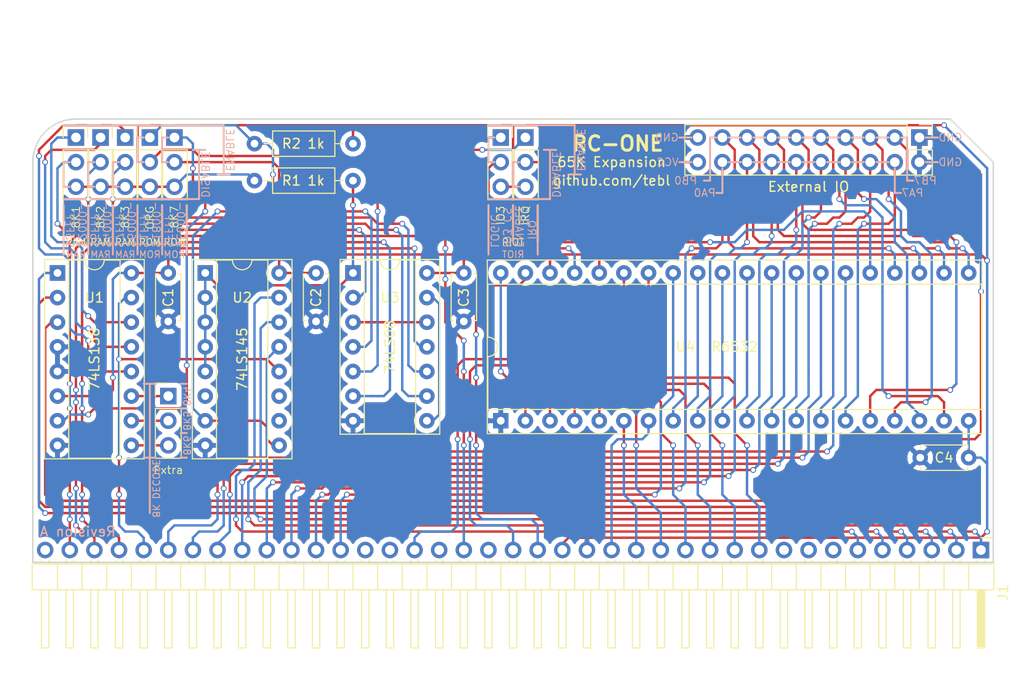
<source format=kicad_pcb>
(kicad_pcb (version 4) (host pcbnew 4.0.7)
  (layers (0 F.Cu signal) (31 B.Cu signal) (34 B.Paste user) (35 F.Paste user) (36 B.SilkS user) (37 F.SilkS user) (38 B.Mask user) (39 F.Mask user) (44 Edge.Cuts user))
  (net 0 "")
  (net 1 VCC)
  (net 2 GND)
  (net 3 /A15)
  (net 4 /A14)
  (net 5 /A13)
  (net 6 /A12)
  (net 7 /A11)
  (net 8 /A10)
  (net 9 DEN)
  (net 10 K0_EXT)
  (net 11 K7_EXT)
  (net 12 IO3)
  (net 13 "Net-(JP1-Pad2)")
  (net 14 /8K1)
  (net 15 "Net-(JP2-Pad2)")
  (net 16 /8K2)
  (net 17 "Net-(JP3-Pad2)")
  (net 18 ORG_ROM)
  (net 19 "Net-(JP4-Pad2)")
  (net 20 /8K3)
  (net 21 ORG_RAM)
  (net 22 /8K7)
  (net 23 "Net-(U3-Pad13)")
  (net 24 "Net-(U3-Pad12)")
  (net 25 /A6)
  (net 26 /A5)
  (net 27 /A4)
  (net 28 /A3)
  (net 29 /A2)
  (net 30 /A1)
  (net 31 /A0)
  (net 32 /PHI2)
  (net 33 /~RESET)
  (net 34 ~IRQ)
  (net 35 /R/~W)
  (net 36 /D0)
  (net 37 /D1)
  (net 38 /D2)
  (net 39 /D3)
  (net 40 /D4)
  (net 41 /D5)
  (net 42 /D6)
  (net 43 /D7)
  (net 44 "Net-(J1-Pad38)")
  (net 45 /PB7)
  (net 46 /PA7)
  (net 47 /PB6)
  (net 48 /PA6)
  (net 49 /PB5)
  (net 50 /PA5)
  (net 51 /PB4)
  (net 52 /PA4)
  (net 53 /PB3)
  (net 54 /PA3)
  (net 55 /PB2)
  (net 56 /PA2)
  (net 57 /PB1)
  (net 58 /PA1)
  (net 59 /PB0)
  (net 60 /PA0)
  (net 61 /~IRQ_IN)
  (net 62 "Net-(JP7-Pad2)")
  (net 63 /8K4)
  (net 64 /8K5)
  (net 65 /8K6)
  (module Capacitors_THT:C_Disc_D4.7mm_W2.5mm_P5.00mm (layer F.Cu) (at 105.41 109.855 270)
    (fp_text reference C1 (at 2.54 0 270) (layer F.SilkS))
    (fp_text value 100nF)
    (pad 1 thru_hole circle (at 0 0 270) (size 1.6 1.6) (drill 0.8) (layers *.Cu *.Mask) (net 1 VCC))
    (pad 2 thru_hole circle (at 5 0 270) (size 1.6 1.6) (drill 0.8) (layers *.Cu *.Mask) (net 2 GND))
  )
  (module Capacitors_THT:C_Disc_D4.7mm_W2.5mm_P5.00mm (layer F.Cu) (at 120.65 109.855 270)
    (fp_text reference C2 (at 2.54 0 270) (layer F.SilkS))
    (fp_text value 100nF)
    (pad 1 thru_hole circle (at 0 0 270) (size 1.6 1.6) (drill 0.8) (layers *.Cu *.Mask) (net 1 VCC))
    (pad 2 thru_hole circle (at 5 0 270) (size 1.6 1.6) (drill 0.8) (layers *.Cu *.Mask) (net 2 GND))
  )
  (module Capacitors_THT:C_Disc_D4.7mm_W2.5mm_P5.00mm (layer F.Cu) (at 135.89 109.855 270)
    (fp_text reference C3 (at 2.54 0 270) (layer F.SilkS))
    (fp_text value 100nF)
    (pad 1 thru_hole circle (at 0 0 270) (size 1.6 1.6) (drill 0.8) (layers *.Cu *.Mask) (net 1 VCC))
    (pad 2 thru_hole circle (at 5 0 270) (size 1.6 1.6) (drill 0.8) (layers *.Cu *.Mask) (net 2 GND))
  )
  (module Pin_Headers:Pin_Header_Angled_1x39_Pitch2.54mm (layer F.Cu) (at 189.23 138.43 270)
    (fp_text reference J1 (at 4.385 -2.27 270) (layer F.SilkS))
    (fp_text value Expansion)
    (pad 1 thru_hole rect (at 0 0 270) (size 1.7 1.7) (drill 1) (layers *.Cu *.Mask) (net 3 /A15))
    (pad 2 thru_hole oval (at 0 2.54 270) (size 1.7 1.7) (drill 1) (layers *.Cu *.Mask) (net 4 /A14))
    (pad 3 thru_hole oval (at 0 5.08 270) (size 1.7 1.7) (drill 1) (layers *.Cu *.Mask) (net 5 /A13))
    (pad 4 thru_hole oval (at 0 7.62 270) (size 1.7 1.7) (drill 1) (layers *.Cu *.Mask) (net 6 /A12))
    (pad 5 thru_hole oval (at 0 10.16 270) (size 1.7 1.7) (drill 1) (layers *.Cu *.Mask) (net 7 /A11))
    (pad 6 thru_hole oval (at 0 12.7 270) (size 1.7 1.7) (drill 1) (layers *.Cu *.Mask) (net 8 /A10))
    (pad 7 thru_hole oval (at 0 15.24 270) (size 1.7 1.7) (drill 1) (layers *.Cu *.Mask))
    (pad 8 thru_hole oval (at 0 17.78 270) (size 1.7 1.7) (drill 1) (layers *.Cu *.Mask))
    (pad 9 thru_hole oval (at 0 20.32 270) (size 1.7 1.7) (drill 1) (layers *.Cu *.Mask))
    (pad 10 thru_hole oval (at 0 22.86 270) (size 1.7 1.7) (drill 1) (layers *.Cu *.Mask) (net 25 /A6))
    (pad 11 thru_hole oval (at 0 25.4 270) (size 1.7 1.7) (drill 1) (layers *.Cu *.Mask) (net 26 /A5))
    (pad 12 thru_hole oval (at 0 27.94 270) (size 1.7 1.7) (drill 1) (layers *.Cu *.Mask) (net 27 /A4))
    (pad 13 thru_hole oval (at 0 30.48 270) (size 1.7 1.7) (drill 1) (layers *.Cu *.Mask) (net 28 /A3))
    (pad 14 thru_hole oval (at 0 33.02 270) (size 1.7 1.7) (drill 1) (layers *.Cu *.Mask) (net 29 /A2))
    (pad 15 thru_hole oval (at 0 35.56 270) (size 1.7 1.7) (drill 1) (layers *.Cu *.Mask) (net 30 /A1))
    (pad 16 thru_hole oval (at 0 38.1 270) (size 1.7 1.7) (drill 1) (layers *.Cu *.Mask) (net 31 /A0))
    (pad 17 thru_hole oval (at 0 40.64 270) (size 1.7 1.7) (drill 1) (layers *.Cu *.Mask) (net 2 GND))
    (pad 18 thru_hole oval (at 0 43.18 270) (size 1.7 1.7) (drill 1) (layers *.Cu *.Mask) (net 1 VCC))
    (pad 19 thru_hole oval (at 0 45.72 270) (size 1.7 1.7) (drill 1) (layers *.Cu *.Mask) (net 32 /PHI2))
    (pad 20 thru_hole oval (at 0 48.26 270) (size 1.7 1.7) (drill 1) (layers *.Cu *.Mask) (net 33 /~RESET))
    (pad 21 thru_hole oval (at 0 50.8 270) (size 1.7 1.7) (drill 1) (layers *.Cu *.Mask))
    (pad 22 thru_hole oval (at 0 53.34 270) (size 1.7 1.7) (drill 1) (layers *.Cu *.Mask) (net 61 /~IRQ_IN))
    (pad 23 thru_hole oval (at 0 55.88 270) (size 1.7 1.7) (drill 1) (layers *.Cu *.Mask))
    (pad 24 thru_hole oval (at 0 58.42 270) (size 1.7 1.7) (drill 1) (layers *.Cu *.Mask) (net 35 /R/~W))
    (pad 25 thru_hole oval (at 0 60.96 270) (size 1.7 1.7) (drill 1) (layers *.Cu *.Mask))
    (pad 26 thru_hole oval (at 0 63.5 270) (size 1.7 1.7) (drill 1) (layers *.Cu *.Mask))
    (pad 27 thru_hole oval (at 0 66.04 270) (size 1.7 1.7) (drill 1) (layers *.Cu *.Mask) (net 36 /D0))
    (pad 28 thru_hole oval (at 0 68.58 270) (size 1.7 1.7) (drill 1) (layers *.Cu *.Mask) (net 37 /D1))
    (pad 29 thru_hole oval (at 0 71.12 270) (size 1.7 1.7) (drill 1) (layers *.Cu *.Mask) (net 38 /D2))
    (pad 30 thru_hole oval (at 0 73.66 270) (size 1.7 1.7) (drill 1) (layers *.Cu *.Mask) (net 39 /D3))
    (pad 31 thru_hole oval (at 0 76.2 270) (size 1.7 1.7) (drill 1) (layers *.Cu *.Mask) (net 40 /D4))
    (pad 32 thru_hole oval (at 0 78.74 270) (size 1.7 1.7) (drill 1) (layers *.Cu *.Mask) (net 41 /D5))
    (pad 33 thru_hole oval (at 0 81.28 270) (size 1.7 1.7) (drill 1) (layers *.Cu *.Mask) (net 42 /D6))
    (pad 34 thru_hole oval (at 0 83.82 270) (size 1.7 1.7) (drill 1) (layers *.Cu *.Mask) (net 43 /D7))
    (pad 35 thru_hole oval (at 0 86.36 270) (size 1.7 1.7) (drill 1) (layers *.Cu *.Mask) (net 9 DEN))
    (pad 36 thru_hole oval (at 0 88.9 270) (size 1.7 1.7) (drill 1) (layers *.Cu *.Mask) (net 10 K0_EXT))
    (pad 37 thru_hole oval (at 0 91.44 270) (size 1.7 1.7) (drill 1) (layers *.Cu *.Mask) (net 11 K7_EXT))
    (pad 38 thru_hole oval (at 0 93.98 270) (size 1.7 1.7) (drill 1) (layers *.Cu *.Mask) (net 44 "Net-(J1-Pad38)"))
    (pad 39 thru_hole oval (at 0 96.52 270) (size 1.7 1.7) (drill 1) (layers *.Cu *.Mask))
  )
  (module Pin_Headers:Pin_Header_Straight_1x03_Pitch2.54mm (layer F.Cu) (at 95.885 95.885)
    (fp_text reference JP1)
    (fp_text value 8K1_RAM)
    (pad 1 thru_hole rect (at 0 0) (size 1.7 1.7) (drill 1) (layers *.Cu *.Mask) (net 14 /8K1))
    (pad 2 thru_hole oval (at 0 2.54) (size 1.7 1.7) (drill 1) (layers *.Cu *.Mask) (net 13 "Net-(JP1-Pad2)"))
    (pad 3 thru_hole oval (at 0 5.08) (size 1.7 1.7) (drill 1) (layers *.Cu *.Mask) (net 1 VCC))
  )
  (module Pin_Headers:Pin_Header_Straight_1x03_Pitch2.54mm (layer F.Cu) (at 98.425 95.885)
    (fp_text reference JP2)
    (fp_text value 8K2_RAM)
    (pad 1 thru_hole rect (at 0 0) (size 1.7 1.7) (drill 1) (layers *.Cu *.Mask) (net 16 /8K2))
    (pad 2 thru_hole oval (at 0 2.54) (size 1.7 1.7) (drill 1) (layers *.Cu *.Mask) (net 15 "Net-(JP2-Pad2)"))
    (pad 3 thru_hole oval (at 0 5.08) (size 1.7 1.7) (drill 1) (layers *.Cu *.Mask) (net 1 VCC))
  )
  (module Pin_Headers:Pin_Header_Straight_1x03_Pitch2.54mm (layer F.Cu) (at 103.505 95.885)
    (fp_text reference JP3)
    (fp_text value ORG_ROM)
    (pad 1 thru_hole rect (at 0 0) (size 1.7 1.7) (drill 1) (layers *.Cu *.Mask) (net 18 ORG_ROM))
    (pad 2 thru_hole oval (at 0 2.54) (size 1.7 1.7) (drill 1) (layers *.Cu *.Mask) (net 17 "Net-(JP3-Pad2)"))
    (pad 3 thru_hole oval (at 0 5.08) (size 1.7 1.7) (drill 1) (layers *.Cu *.Mask) (net 1 VCC))
  )
  (module Pin_Headers:Pin_Header_Straight_1x03_Pitch2.54mm (layer F.Cu) (at 100.965 95.885)
    (fp_text reference JP4)
    (fp_text value 8K3_RAM)
    (pad 1 thru_hole rect (at 0 0) (size 1.7 1.7) (drill 1) (layers *.Cu *.Mask) (net 20 /8K3))
    (pad 2 thru_hole oval (at 0 2.54) (size 1.7 1.7) (drill 1) (layers *.Cu *.Mask) (net 19 "Net-(JP4-Pad2)"))
    (pad 3 thru_hole oval (at 0 5.08) (size 1.7 1.7) (drill 1) (layers *.Cu *.Mask) (net 1 VCC))
  )
  (module Resistors_THT:R_Axial_DIN0207_L6.3mm_D2.5mm_P10.16mm_Horizontal (layer F.Cu) (at 124.46 100.33 180)
    (fp_text reference R1 (at 6.35 0 180) (layer F.SilkS))
    (fp_text value 1k (at 3.81 0 180) (layer F.SilkS))
    (pad 1 thru_hole circle (at 0 0 180) (size 1.6 1.6) (drill 0.8) (layers *.Cu *.Mask) (net 21 ORG_RAM))
    (pad 2 thru_hole oval (at 10.16 0 180) (size 1.6 1.6) (drill 0.8) (layers *.Cu *.Mask) (net 1 VCC))
  )
  (module Resistors_THT:R_Axial_DIN0207_L6.3mm_D2.5mm_P10.16mm_Horizontal (layer F.Cu) (at 124.46 96.52 180)
    (fp_text reference R2 (at 6.35 0 180) (layer F.SilkS))
    (fp_text value 1k (at 3.81 0 180) (layer F.SilkS))
    (pad 1 thru_hole circle (at 0 0 180) (size 1.6 1.6) (drill 0.8) (layers *.Cu *.Mask) (net 1 VCC))
    (pad 2 thru_hole oval (at 10.16 0 180) (size 1.6 1.6) (drill 0.8) (layers *.Cu *.Mask) (net 18 ORG_ROM))
  )
  (module Housings_DIP:DIP-16_W7.62mm_Socket (layer F.Cu) (at 93.98 109.855)
    (fp_text reference U1 (at 3.81 2.54) (layer F.SilkS))
    (fp_text value 74LS138 (at 3.81 8.89 90) (layer F.SilkS))
    (pad 1 thru_hole rect (at 0 0) (size 1.6 1.6) (drill 0.8) (layers *.Cu *.Mask) (net 5 /A13))
    (pad 9 thru_hole oval (at 7.62 17.78) (size 1.6 1.6) (drill 0.8) (layers *.Cu *.Mask) (net 65 /8K6))
    (pad 2 thru_hole oval (at 0 2.54) (size 1.6 1.6) (drill 0.8) (layers *.Cu *.Mask) (net 4 /A14))
    (pad 10 thru_hole oval (at 7.62 15.24) (size 1.6 1.6) (drill 0.8) (layers *.Cu *.Mask) (net 64 /8K5))
    (pad 3 thru_hole oval (at 0 5.08) (size 1.6 1.6) (drill 0.8) (layers *.Cu *.Mask) (net 3 /A15))
    (pad 11 thru_hole oval (at 7.62 12.7) (size 1.6 1.6) (drill 0.8) (layers *.Cu *.Mask) (net 63 /8K4))
    (pad 4 thru_hole oval (at 0 7.62) (size 1.6 1.6) (drill 0.8) (layers *.Cu *.Mask) (net 2 GND))
    (pad 12 thru_hole oval (at 7.62 10.16) (size 1.6 1.6) (drill 0.8) (layers *.Cu *.Mask) (net 20 /8K3))
    (pad 5 thru_hole oval (at 0 10.16) (size 1.6 1.6) (drill 0.8) (layers *.Cu *.Mask) (net 2 GND))
    (pad 13 thru_hole oval (at 7.62 7.62) (size 1.6 1.6) (drill 0.8) (layers *.Cu *.Mask) (net 16 /8K2))
    (pad 6 thru_hole oval (at 0 12.7) (size 1.6 1.6) (drill 0.8) (layers *.Cu *.Mask) (net 1 VCC))
    (pad 14 thru_hole oval (at 7.62 5.08) (size 1.6 1.6) (drill 0.8) (layers *.Cu *.Mask) (net 14 /8K1))
    (pad 7 thru_hole oval (at 0 15.24) (size 1.6 1.6) (drill 0.8) (layers *.Cu *.Mask) (net 22 /8K7))
    (pad 15 thru_hole oval (at 7.62 2.54) (size 1.6 1.6) (drill 0.8) (layers *.Cu *.Mask) (net 9 DEN))
    (pad 8 thru_hole oval (at 0 17.78) (size 1.6 1.6) (drill 0.8) (layers *.Cu *.Mask) (net 2 GND))
    (pad 16 thru_hole oval (at 7.62 0) (size 1.6 1.6) (drill 0.8) (layers *.Cu *.Mask) (net 1 VCC))
  )
  (module Housings_DIP:DIP-16_W7.62mm_Socket (layer F.Cu) (at 109.22 109.855)
    (fp_text reference U2 (at 3.81 2.54) (layer F.SilkS))
    (fp_text value 74LS145 (at 3.81 8.89 90) (layer F.SilkS))
    (pad 1 thru_hole rect (at 0 0) (size 1.6 1.6) (drill 0.8) (layers *.Cu *.Mask) (net 21 ORG_RAM))
    (pad 9 thru_hole oval (at 7.62 17.78) (size 1.6 1.6) (drill 0.8) (layers *.Cu *.Mask) (net 18 ORG_ROM))
    (pad 2 thru_hole oval (at 0 2.54) (size 1.6 1.6) (drill 0.8) (layers *.Cu *.Mask) (net 21 ORG_RAM))
    (pad 10 thru_hole oval (at 7.62 15.24) (size 1.6 1.6) (drill 0.8) (layers *.Cu *.Mask))
    (pad 3 thru_hole oval (at 0 5.08) (size 1.6 1.6) (drill 0.8) (layers *.Cu *.Mask) (net 21 ORG_RAM))
    (pad 11 thru_hole oval (at 7.62 12.7) (size 1.6 1.6) (drill 0.8) (layers *.Cu *.Mask))
    (pad 4 thru_hole oval (at 0 7.62) (size 1.6 1.6) (drill 0.8) (layers *.Cu *.Mask) (net 21 ORG_RAM))
    (pad 12 thru_hole oval (at 7.62 10.16) (size 1.6 1.6) (drill 0.8) (layers *.Cu *.Mask) (net 9 DEN))
    (pad 5 thru_hole oval (at 0 10.16) (size 1.6 1.6) (drill 0.8) (layers *.Cu *.Mask) (net 21 ORG_RAM))
    (pad 13 thru_hole oval (at 7.62 7.62) (size 1.6 1.6) (drill 0.8) (layers *.Cu *.Mask) (net 6 /A12))
    (pad 6 thru_hole oval (at 0 12.7) (size 1.6 1.6) (drill 0.8) (layers *.Cu *.Mask))
    (pad 14 thru_hole oval (at 7.62 5.08) (size 1.6 1.6) (drill 0.8) (layers *.Cu *.Mask) (net 7 /A11))
    (pad 7 thru_hole oval (at 0 15.24) (size 1.6 1.6) (drill 0.8) (layers *.Cu *.Mask) (net 18 ORG_ROM))
    (pad 15 thru_hole oval (at 7.62 2.54) (size 1.6 1.6) (drill 0.8) (layers *.Cu *.Mask) (net 8 /A10))
    (pad 8 thru_hole oval (at 0 17.78) (size 1.6 1.6) (drill 0.8) (layers *.Cu *.Mask) (net 2 GND))
    (pad 16 thru_hole oval (at 7.62 0) (size 1.6 1.6) (drill 0.8) (layers *.Cu *.Mask) (net 1 VCC))
  )
  (module Housings_DIP:DIP-14_W7.62mm_Socket (layer F.Cu) (at 124.46 109.855)
    (fp_text reference U3 (at 3.81 2.54) (layer F.SilkS))
    (fp_text value 74LS08 (at 3.81 7.62 90) (layer F.SilkS))
    (pad 1 thru_hole rect (at 0 0) (size 1.6 1.6) (drill 0.8) (layers *.Cu *.Mask) (net 21 ORG_RAM))
    (pad 8 thru_hole oval (at 7.62 15.24) (size 1.6 1.6) (drill 0.8) (layers *.Cu *.Mask) (net 23 "Net-(U3-Pad13)"))
    (pad 2 thru_hole oval (at 0 2.54) (size 1.6 1.6) (drill 0.8) (layers *.Cu *.Mask) (net 13 "Net-(JP1-Pad2)"))
    (pad 9 thru_hole oval (at 7.62 12.7) (size 1.6 1.6) (drill 0.8) (layers *.Cu *.Mask) (net 15 "Net-(JP2-Pad2)"))
    (pad 3 thru_hole oval (at 0 5.08) (size 1.6 1.6) (drill 0.8) (layers *.Cu *.Mask) (net 24 "Net-(U3-Pad12)"))
    (pad 10 thru_hole oval (at 7.62 10.16) (size 1.6 1.6) (drill 0.8) (layers *.Cu *.Mask) (net 19 "Net-(JP4-Pad2)"))
    (pad 4 thru_hole oval (at 0 7.62) (size 1.6 1.6) (drill 0.8) (layers *.Cu *.Mask) (net 62 "Net-(JP7-Pad2)"))
    (pad 11 thru_hole oval (at 7.62 7.62) (size 1.6 1.6) (drill 0.8) (layers *.Cu *.Mask) (net 10 K0_EXT))
    (pad 5 thru_hole oval (at 0 10.16) (size 1.6 1.6) (drill 0.8) (layers *.Cu *.Mask) (net 17 "Net-(JP3-Pad2)"))
    (pad 12 thru_hole oval (at 7.62 5.08) (size 1.6 1.6) (drill 0.8) (layers *.Cu *.Mask) (net 24 "Net-(U3-Pad12)"))
    (pad 6 thru_hole oval (at 0 12.7) (size 1.6 1.6) (drill 0.8) (layers *.Cu *.Mask) (net 11 K7_EXT))
    (pad 13 thru_hole oval (at 7.62 2.54) (size 1.6 1.6) (drill 0.8) (layers *.Cu *.Mask) (net 23 "Net-(U3-Pad13)"))
    (pad 7 thru_hole oval (at 0 15.24) (size 1.6 1.6) (drill 0.8) (layers *.Cu *.Mask) (net 2 GND))
    (pad 14 thru_hole oval (at 7.62 0) (size 1.6 1.6) (drill 0.8) (layers *.Cu *.Mask) (net 1 VCC))
  )
  (module Housings_DIP:DIP-40_W15.24mm_Socket (layer F.Cu) (at 139.7 125.095 90)
    (fp_text reference U4 (at 7.62 19.05 180) (layer F.SilkS))
    (fp_text value R6532 (at 7.62 24.13 180) (layer F.SilkS))
    (pad 1 thru_hole rect (at 0 0 90) (size 1.6 1.6) (drill 0.8) (layers *.Cu *.Mask) (net 2 GND))
    (pad 21 thru_hole oval (at 15.24 48.26 90) (size 1.6 1.6) (drill 0.8) (layers *.Cu *.Mask) (net 53 /PB3))
    (pad 2 thru_hole oval (at 0 2.54 90) (size 1.6 1.6) (drill 0.8) (layers *.Cu *.Mask) (net 26 /A5))
    (pad 22 thru_hole oval (at 15.24 45.72 90) (size 1.6 1.6) (drill 0.8) (layers *.Cu *.Mask) (net 55 /PB2))
    (pad 3 thru_hole oval (at 0 5.08 90) (size 1.6 1.6) (drill 0.8) (layers *.Cu *.Mask) (net 27 /A4))
    (pad 23 thru_hole oval (at 15.24 43.18 90) (size 1.6 1.6) (drill 0.8) (layers *.Cu *.Mask) (net 57 /PB1))
    (pad 4 thru_hole oval (at 0 7.62 90) (size 1.6 1.6) (drill 0.8) (layers *.Cu *.Mask) (net 28 /A3))
    (pad 24 thru_hole oval (at 15.24 40.64 90) (size 1.6 1.6) (drill 0.8) (layers *.Cu *.Mask) (net 59 /PB0))
    (pad 5 thru_hole oval (at 0 10.16 90) (size 1.6 1.6) (drill 0.8) (layers *.Cu *.Mask) (net 29 /A2))
    (pad 25 thru_hole oval (at 15.24 38.1 90) (size 1.6 1.6) (drill 0.8) (layers *.Cu *.Mask) (net 34 ~IRQ))
    (pad 6 thru_hole oval (at 0 12.7 90) (size 1.6 1.6) (drill 0.8) (layers *.Cu *.Mask) (net 30 /A1))
    (pad 26 thru_hole oval (at 15.24 35.56 90) (size 1.6 1.6) (drill 0.8) (layers *.Cu *.Mask) (net 43 /D7))
    (pad 7 thru_hole oval (at 0 15.24 90) (size 1.6 1.6) (drill 0.8) (layers *.Cu *.Mask) (net 31 /A0))
    (pad 27 thru_hole oval (at 15.24 33.02 90) (size 1.6 1.6) (drill 0.8) (layers *.Cu *.Mask) (net 42 /D6))
    (pad 8 thru_hole oval (at 0 17.78 90) (size 1.6 1.6) (drill 0.8) (layers *.Cu *.Mask) (net 60 /PA0))
    (pad 28 thru_hole oval (at 15.24 30.48 90) (size 1.6 1.6) (drill 0.8) (layers *.Cu *.Mask) (net 41 /D5))
    (pad 9 thru_hole oval (at 0 20.32 90) (size 1.6 1.6) (drill 0.8) (layers *.Cu *.Mask) (net 58 /PA1))
    (pad 29 thru_hole oval (at 15.24 27.94 90) (size 1.6 1.6) (drill 0.8) (layers *.Cu *.Mask) (net 40 /D4))
    (pad 10 thru_hole oval (at 0 22.86 90) (size 1.6 1.6) (drill 0.8) (layers *.Cu *.Mask) (net 56 /PA2))
    (pad 30 thru_hole oval (at 15.24 25.4 90) (size 1.6 1.6) (drill 0.8) (layers *.Cu *.Mask) (net 39 /D3))
    (pad 11 thru_hole oval (at 0 25.4 90) (size 1.6 1.6) (drill 0.8) (layers *.Cu *.Mask) (net 54 /PA3))
    (pad 31 thru_hole oval (at 15.24 22.86 90) (size 1.6 1.6) (drill 0.8) (layers *.Cu *.Mask) (net 38 /D2))
    (pad 12 thru_hole oval (at 0 27.94 90) (size 1.6 1.6) (drill 0.8) (layers *.Cu *.Mask) (net 52 /PA4))
    (pad 32 thru_hole oval (at 15.24 20.32 90) (size 1.6 1.6) (drill 0.8) (layers *.Cu *.Mask) (net 37 /D1))
    (pad 13 thru_hole oval (at 0 30.48 90) (size 1.6 1.6) (drill 0.8) (layers *.Cu *.Mask) (net 50 /PA5))
    (pad 33 thru_hole oval (at 15.24 17.78 90) (size 1.6 1.6) (drill 0.8) (layers *.Cu *.Mask) (net 36 /D0))
    (pad 14 thru_hole oval (at 0 33.02 90) (size 1.6 1.6) (drill 0.8) (layers *.Cu *.Mask) (net 48 /PA6))
    (pad 34 thru_hole oval (at 15.24 15.24 90) (size 1.6 1.6) (drill 0.8) (layers *.Cu *.Mask) (net 33 /~RESET))
    (pad 15 thru_hole oval (at 0 35.56 90) (size 1.6 1.6) (drill 0.8) (layers *.Cu *.Mask) (net 46 /PA7))
    (pad 35 thru_hole oval (at 15.24 12.7 90) (size 1.6 1.6) (drill 0.8) (layers *.Cu *.Mask) (net 35 /R/~W))
    (pad 16 thru_hole oval (at 0 38.1 90) (size 1.6 1.6) (drill 0.8) (layers *.Cu *.Mask) (net 45 /PB7))
    (pad 36 thru_hole oval (at 15.24 10.16 90) (size 1.6 1.6) (drill 0.8) (layers *.Cu *.Mask) (net 1 VCC))
    (pad 17 thru_hole oval (at 0 40.64 90) (size 1.6 1.6) (drill 0.8) (layers *.Cu *.Mask) (net 47 /PB6))
    (pad 37 thru_hole oval (at 15.24 7.62 90) (size 1.6 1.6) (drill 0.8) (layers *.Cu *.Mask) (net 12 IO3))
    (pad 18 thru_hole oval (at 0 43.18 90) (size 1.6 1.6) (drill 0.8) (layers *.Cu *.Mask) (net 49 /PB5))
    (pad 38 thru_hole oval (at 15.24 5.08 90) (size 1.6 1.6) (drill 0.8) (layers *.Cu *.Mask) (net 1 VCC))
    (pad 19 thru_hole oval (at 0 45.72 90) (size 1.6 1.6) (drill 0.8) (layers *.Cu *.Mask) (net 51 /PB4))
    (pad 39 thru_hole oval (at 15.24 2.54 90) (size 1.6 1.6) (drill 0.8) (layers *.Cu *.Mask) (net 32 /PHI2))
    (pad 20 thru_hole oval (at 0 48.26 90) (size 1.6 1.6) (drill 0.8) (layers *.Cu *.Mask) (net 1 VCC))
    (pad 40 thru_hole oval (at 15.24 0 90) (size 1.6 1.6) (drill 0.8) (layers *.Cu *.Mask) (net 25 /A6))
  )
  (module Capacitors_THT:C_Disc_D4.7mm_W2.5mm_P5.00mm (layer F.Cu) (at 187.96 128.905 180)
    (fp_text reference C4 (at 2.54 0 180) (layer F.SilkS))
    (fp_text value 100nF)
    (pad 1 thru_hole circle (at 0 0 180) (size 1.6 1.6) (drill 0.8) (layers *.Cu *.Mask) (net 1 VCC))
    (pad 2 thru_hole circle (at 5 0 180) (size 1.6 1.6) (drill 0.8) (layers *.Cu *.Mask) (net 2 GND))
  )
  (module Pin_Headers:Pin_Header_Straight_1x03_Pitch2.54mm (layer F.Cu) (at 139.7 95.885)
    (fp_text reference JP6)
    (fp_text value 6532_EN)
    (pad 1 thru_hole rect (at 0 0) (size 1.7 1.7) (drill 1) (layers *.Cu *.Mask) (net 44 "Net-(J1-Pad38)"))
    (pad 2 thru_hole oval (at 0 2.54) (size 1.7 1.7) (drill 1) (layers *.Cu *.Mask) (net 12 IO3))
    (pad 3 thru_hole oval (at 0 5.08) (size 1.7 1.7) (drill 1) (layers *.Cu *.Mask) (net 1 VCC))
  )
  (module Pin_Headers:Pin_Header_Straight_2x10_Pitch2.54mm (layer F.Cu) (at 182.88 95.885 270)
    (fp_text reference J2)
    (fp_text value "External IO" (at 5.08 11.43 360) (layer F.SilkS))
    (pad 1 thru_hole rect (at 0 0 270) (size 1.7 1.7) (drill 1) (layers *.Cu *.Mask) (net 2 GND))
    (pad 2 thru_hole oval (at 2.54 0 270) (size 1.7 1.7) (drill 1) (layers *.Cu *.Mask) (net 2 GND))
    (pad 3 thru_hole oval (at 0 2.54 270) (size 1.7 1.7) (drill 1) (layers *.Cu *.Mask) (net 45 /PB7))
    (pad 4 thru_hole oval (at 2.54 2.54 270) (size 1.7 1.7) (drill 1) (layers *.Cu *.Mask) (net 46 /PA7))
    (pad 5 thru_hole oval (at 0 5.08 270) (size 1.7 1.7) (drill 1) (layers *.Cu *.Mask) (net 47 /PB6))
    (pad 6 thru_hole oval (at 2.54 5.08 270) (size 1.7 1.7) (drill 1) (layers *.Cu *.Mask) (net 48 /PA6))
    (pad 7 thru_hole oval (at 0 7.62 270) (size 1.7 1.7) (drill 1) (layers *.Cu *.Mask) (net 49 /PB5))
    (pad 8 thru_hole oval (at 2.54 7.62 270) (size 1.7 1.7) (drill 1) (layers *.Cu *.Mask) (net 50 /PA5))
    (pad 9 thru_hole oval (at 0 10.16 270) (size 1.7 1.7) (drill 1) (layers *.Cu *.Mask) (net 51 /PB4))
    (pad 10 thru_hole oval (at 2.54 10.16 270) (size 1.7 1.7) (drill 1) (layers *.Cu *.Mask) (net 52 /PA4))
    (pad 11 thru_hole oval (at 0 12.7 270) (size 1.7 1.7) (drill 1) (layers *.Cu *.Mask) (net 53 /PB3))
    (pad 12 thru_hole oval (at 2.54 12.7 270) (size 1.7 1.7) (drill 1) (layers *.Cu *.Mask) (net 54 /PA3))
    (pad 13 thru_hole oval (at 0 15.24 270) (size 1.7 1.7) (drill 1) (layers *.Cu *.Mask) (net 55 /PB2))
    (pad 14 thru_hole oval (at 2.54 15.24 270) (size 1.7 1.7) (drill 1) (layers *.Cu *.Mask) (net 56 /PA2))
    (pad 15 thru_hole oval (at 0 17.78 270) (size 1.7 1.7) (drill 1) (layers *.Cu *.Mask) (net 57 /PB1))
    (pad 16 thru_hole oval (at 2.54 17.78 270) (size 1.7 1.7) (drill 1) (layers *.Cu *.Mask) (net 58 /PA1))
    (pad 17 thru_hole oval (at 0 20.32 270) (size 1.7 1.7) (drill 1) (layers *.Cu *.Mask) (net 59 /PB0))
    (pad 18 thru_hole oval (at 2.54 20.32 270) (size 1.7 1.7) (drill 1) (layers *.Cu *.Mask) (net 60 /PA0))
    (pad 19 thru_hole oval (at 0 22.86 270) (size 1.7 1.7) (drill 1) (layers *.Cu *.Mask) (net 2 GND))
    (pad 20 thru_hole oval (at 2.54 22.86 270) (size 1.7 1.7) (drill 1) (layers *.Cu *.Mask) (net 1 VCC))
  )
  (module Pin_Headers:Pin_Header_Straight_1x03_Pitch2.54mm (layer F.Cu) (at 142.24 95.885)
    (fp_text reference JP5)
    (fp_text value IRQ_EN)
    (pad 1 thru_hole rect (at 0 0) (size 1.7 1.7) (drill 1) (layers *.Cu *.Mask) (net 61 /~IRQ_IN))
    (pad 2 thru_hole oval (at 0 2.54) (size 1.7 1.7) (drill 1) (layers *.Cu *.Mask) (net 34 ~IRQ))
    (pad 3 thru_hole oval (at 0 5.08) (size 1.7 1.7) (drill 1) (layers *.Cu *.Mask) (net 1 VCC))
  )
  (module Pin_Headers:Pin_Header_Straight_1x03_Pitch2.54mm (layer F.Cu) (at 106.045 95.885)
    (fp_text reference JP7)
    (fp_text value 8K7_ROM)
    (pad 1 thru_hole rect (at 0 0) (size 1.7 1.7) (drill 1) (layers *.Cu *.Mask) (net 22 /8K7))
    (pad 2 thru_hole oval (at 0 2.54) (size 1.7 1.7) (drill 1) (layers *.Cu *.Mask) (net 62 "Net-(JP7-Pad2)"))
    (pad 3 thru_hole oval (at 0 5.08) (size 1.7 1.7) (drill 1) (layers *.Cu *.Mask) (net 1 VCC))
  )
  (module Pin_Headers:Pin_Header_Straight_1x03_Pitch2.54mm (layer F.Cu) (at 105.41 122.555)
    (fp_text reference J3)
    (fp_text value Extra (at 0 7.62) (layer F.SilkS) (effects (font (size 0.8 0.8) (thickness 0.1))))
    (pad 1 thru_hole rect (at 0 0) (size 1.7 1.7) (drill 1) (layers *.Cu *.Mask) (net 63 /8K4))
    (pad 2 thru_hole oval (at 0 2.54) (size 1.7 1.7) (drill 1) (layers *.Cu *.Mask) (net 64 /8K5))
    (pad 3 thru_hole oval (at 0 5.08) (size 1.7 1.7) (drill 1) (layers *.Cu *.Mask) (net 65 /8K6))
  )
  (gr_line (start 103.505 128.905) (end 102.87 128.905) (angle 90) (layer B.SilkS) (width 0.2))
  (gr_line (start 103.505 128.905) (end 104.14 128.905) (angle 90) (layer B.SilkS) (width 0.2))
  (gr_line (start 106.68 128.905) (end 107.315 128.905) (angle 90) (layer B.SilkS) (width 0.2))
  (gr_line (start 106.68 123.825) (end 107.315 123.825) (angle 90) (layer B.SilkS) (width 0.2))
  (gr_line (start 106.68 121.285) (end 107.315 121.285) (angle 90) (layer B.SilkS) (width 0.2))
  (gr_line (start 106.68 126.365) (end 107.315 126.365) (angle 90) (layer B.SilkS) (width 0.2))
  (gr_line (start 103.505 134.62) (end 103.505 121.285) (angle 90) (layer B.SilkS) (width 0.2))
  (gr_text "8K DECODE" (at 104.14 132.08 270) (layer B.SilkS) (effects (font (size 0.7 0.7) (thickness 0.1)) (justify mirror)))
  (gr_line (start 104.14 121.285) (end 102.87 121.285) (angle 90) (layer B.SilkS) (width 0.2))
  (gr_text 8K6 (at 107.315 127.635 270) (layer B.SilkS) (effects (font (size 0.7 0.7) (thickness 0.1)) (justify mirror)))
  (gr_text 8K5 (at 107.315 125.095 270) (layer B.SilkS) (effects (font (size 0.7 0.7) (thickness 0.1)) (justify mirror)))
  (gr_text 8K4 (at 107.315 122.555 270) (layer B.SilkS) (effects (font (size 0.7 0.7) (thickness 0.1)) (justify mirror)))
  (gr_line (start 102.235 95.885) (end 102.87 95.885) (angle 90) (layer B.SilkS) (width 0.2))
  (gr_line (start 102.235 98.425) (end 102.235 95.885) (angle 90) (layer B.SilkS) (width 0.2))
  (gr_line (start 102.87 98.425) (end 102.235 98.425) (angle 90) (layer B.SilkS) (width 0.2))
  (gr_line (start 104.775 98.425) (end 105.41 98.425) (angle 90) (layer B.SilkS) (width 0.2))
  (gr_line (start 104.775 95.885) (end 104.775 98.425) (angle 90) (layer B.SilkS) (width 0.2))
  (gr_line (start 105.41 95.885) (end 104.775 95.885) (angle 90) (layer B.SilkS) (width 0.2))
  (gr_text LOGIC (at 139.065 107.315 270) (layer B.SilkS) (effects (font (size 0.8 0.8) (thickness 0.1)) (justify left mirror)))
  (gr_line (start 140.97 106.68) (end 140.97 102.87) (angle 90) (layer B.SilkS) (width 0.2))
  (gr_line (start 143.51 107.95) (end 143.51 102.87) (angle 90) (layer B.SilkS) (width 0.2))
  (gr_line (start 138.43 107.95) (end 138.43 102.87) (angle 90) (layer B.SilkS) (width 0.2))
  (gr_text ~IRQ (at 142.875 105.41 270) (layer B.SilkS) (effects (font (size 0.8 0.8) (thickness 0.1)) (justify mirror)))
  (gr_text RIOT (at 140.97 107.95) (layer B.SilkS) (effects (font (size 0.7 0.7) (thickness 0.1)) (justify mirror)))
  (gr_line (start 140.97 105.41) (end 140.97 102.87) (angle 90) (layer F.SilkS) (width 0.2))
  (gr_line (start 138.43 106.68) (end 138.43 102.87) (angle 90) (layer F.SilkS) (width 0.2))
  (gr_line (start 143.51 102.87) (end 143.51 106.68) (angle 90) (layer F.SilkS) (width 0.2))
  (gr_text RIOT (at 140.97 106.68) (layer F.SilkS) (effects (font (size 0.7 0.7) (thickness 0.1))))
  (gr_line (start 94.615 102.87) (end 94.615 106.68) (angle 90) (layer F.SilkS) (width 0.2))
  (gr_line (start 97.155 106.68) (end 97.155 102.87) (angle 90) (layer F.SilkS) (width 0.2))
  (gr_line (start 99.695 102.87) (end 99.695 106.68) (angle 90) (layer F.SilkS) (width 0.2))
  (gr_line (start 102.235 106.68) (end 102.235 102.87) (angle 90) (layer F.SilkS) (width 0.2))
  (gr_line (start 104.775 102.87) (end 104.775 106.68) (angle 90) (layer F.SilkS) (width 0.2))
  (gr_line (start 107.315 106.68) (end 107.315 102.87) (angle 90) (layer F.SilkS) (width 0.2))
  (gr_text ROM (at 106.045 106.68) (layer F.SilkS) (effects (font (size 0.7 0.7) (thickness 0.1))))
  (gr_text ROM (at 103.505 106.68) (layer F.SilkS) (effects (font (size 0.7 0.7) (thickness 0.1))))
  (gr_text RAM (at 100.965 106.68) (layer F.SilkS) (effects (font (size 0.7 0.7) (thickness 0.1))))
  (gr_text RAM (at 98.425 106.68) (layer F.SilkS) (effects (font (size 0.7 0.7) (thickness 0.1))))
  (gr_text RAM (at 95.885 106.68) (layer F.SilkS) (effects (font (size 0.7 0.7) (thickness 0.1))))
  (gr_text 8K7 (at 106.045 102.87 90) (layer F.SilkS) (effects (font (size 0.8 0.8) (thickness 0.1)) (justify right)))
  (gr_line (start 107.315 102.87) (end 107.315 107.95) (angle 90) (layer B.SilkS) (width 0.2))
  (gr_text ROM (at 106.045 107.95) (layer B.SilkS) (effects (font (size 0.7 0.7) (thickness 0.1)) (justify mirror)))
  (gr_text $FFFF (at 105.41 107.315 270) (layer B.SilkS) (effects (font (size 0.8 0.8) (thickness 0.1)) (justify left mirror)))
  (gr_text $E000- (at 106.68 107.315 270) (layer B.SilkS) (effects (font (size 0.8 0.8) (thickness 0.1)) (justify left mirror)))
  (gr_line (start 108.585 102.235) (end 94.615 102.235) (angle 90) (layer B.SilkS) (width 0.2))
  (gr_line (start 111.125 94.615) (end 94.615 94.615) (angle 90) (layer B.SilkS) (width 0.2))
  (gr_line (start 104.775 102.87) (end 104.775 107.95) (angle 90) (layer B.SilkS) (width 0.2))
  (gr_line (start 102.235 107.95) (end 102.235 102.87) (angle 90) (layer B.SilkS) (width 0.2))
  (gr_line (start 99.695 102.87) (end 99.695 107.95) (angle 90) (layer B.SilkS) (width 0.2))
  (gr_line (start 97.155 107.95) (end 97.155 102.87) (angle 90) (layer B.SilkS) (width 0.2))
  (gr_line (start 94.615 107.95) (end 94.615 102.87) (angle 90) (layer B.SilkS) (width 0.2))
  (gr_text ROM (at 103.505 107.95) (layer B.SilkS) (effects (font (size 0.7 0.7) (thickness 0.1)) (justify mirror)))
  (gr_text RAM (at 100.965 107.95) (layer B.SilkS) (effects (font (size 0.7 0.7) (thickness 0.1)) (justify mirror)))
  (gr_text RAM (at 98.425 107.95) (layer B.SilkS) (effects (font (size 0.7 0.7) (thickness 0.1)) (justify mirror)))
  (gr_text RAM (at 95.885 107.95) (layer B.SilkS) (effects (font (size 0.7 0.7) (thickness 0.1)) (justify mirror)))
  (gr_text $1FFF (at 102.87 107.315 270) (layer B.SilkS) (effects (font (size 0.8 0.8) (thickness 0.1)) (justify left mirror)))
  (gr_text $1800- (at 104.14 107.315 270) (layer B.SilkS) (effects (font (size 0.8 0.8) (thickness 0.1)) (justify left mirror)))
  (gr_text "Revision A" (at 92.075 136.525) (layer B.SilkS) (effects (font (size 1 1)) (justify right mirror)))
  (gr_text github.com/tebl (at 151.13 100.33) (layer F.SilkS) (effects (font (size 1 1))))
  (gr_text "65K Expansion" (at 151.13 98.425) (layer F.SilkS) (effects (font (size 1 1))))
  (gr_text RC-ONE (at 151.765 96.52) (layer F.SilkS) (effects (font (size 1.5 1.5) (thickness 0.3))))
  (gr_text ENABLE (at 141.605 107.315 270) (layer B.SilkS) (effects (font (size 0.8 0.8) (thickness 0.1)) (justify left mirror)))
  (gr_text "IO3 CS" (at 140.335 107.315 270) (layer B.SilkS) (effects (font (size 0.8 0.8) (thickness 0.1)) (justify left mirror)))
  (gr_text $7FFF (at 100.33 107.315 270) (layer B.SilkS) (effects (font (size 0.8 0.8) (thickness 0.1)) (justify left mirror)))
  (gr_text $5FFF (at 97.79 107.315 270) (layer B.SilkS) (effects (font (size 0.8 0.8) (thickness 0.1)) (justify left mirror)))
  (gr_text $4000- (at 99.06 107.315 270) (layer B.SilkS) (effects (font (size 0.8 0.8) (thickness 0.1)) (justify left mirror)))
  (gr_text $6000- (at 101.6 107.315 270) (layer B.SilkS) (effects (font (size 0.8 0.8) (thickness 0.1)) (justify left mirror)))
  (gr_text $2000- (at 96.52 107.315 270) (layer B.SilkS) (effects (font (size 0.8 0.8) (thickness 0.1)) (justify left mirror)))
  (gr_text $3FFF (at 95.25 107.315 270) (layer B.SilkS) (effects (font (size 0.8 0.8) (thickness 0.1)) (justify left mirror)))
  (gr_line (start 158.115 98.425) (end 159.385 98.425) (angle 90) (layer B.SilkS) (width 0.2))
  (gr_line (start 159.385 95.885) (end 158.115 95.885) (angle 90) (layer B.SilkS) (width 0.2))
  (gr_line (start 183.515 98.425) (end 184.785 98.425) (angle 90) (layer B.SilkS) (width 0.2))
  (gr_line (start 183.515 95.885) (end 184.785 95.885) (angle 90) (layer B.SilkS) (width 0.2))
  (gr_line (start 162.56 101.6) (end 161.925 101.6) (angle 90) (layer B.SilkS) (width 0.2))
  (gr_line (start 162.56 99.06) (end 162.56 101.6) (angle 90) (layer B.SilkS) (width 0.2))
  (gr_line (start 180.34 101.6) (end 180.975 101.6) (angle 90) (layer B.SilkS) (width 0.2))
  (gr_line (start 180.34 99.06) (end 180.34 101.6) (angle 90) (layer B.SilkS) (width 0.2))
  (gr_line (start 181.61 100.33) (end 182.245 100.33) (angle 90) (layer B.SilkS) (width 0.2))
  (gr_line (start 181.61 99.695) (end 181.61 100.33) (angle 90) (layer B.SilkS) (width 0.2))
  (gr_line (start 161.29 99.695) (end 161.29 100.33) (angle 90) (layer B.SilkS) (width 0.2))
  (gr_line (start 161.29 100.33) (end 160.655 100.33) (angle 90) (layer B.SilkS) (width 0.2))
  (gr_line (start 164.465 98.425) (end 163.195 98.425) (angle 90) (layer B.SilkS) (width 0.2))
  (gr_line (start 167.005 98.425) (end 165.735 98.425) (angle 90) (layer B.SilkS) (width 0.2))
  (gr_line (start 169.545 98.425) (end 168.275 98.425) (angle 90) (layer B.SilkS) (width 0.2))
  (gr_line (start 172.085 98.425) (end 170.815 98.425) (angle 90) (layer B.SilkS) (width 0.2))
  (gr_line (start 174.625 98.425) (end 173.355 98.425) (angle 90) (layer B.SilkS) (width 0.2))
  (gr_line (start 177.165 98.425) (end 175.895 98.425) (angle 90) (layer B.SilkS) (width 0.2))
  (gr_line (start 179.705 98.425) (end 178.435 98.425) (angle 90) (layer B.SilkS) (width 0.2))
  (gr_line (start 178.435 95.885) (end 179.705 95.885) (angle 90) (layer B.SilkS) (width 0.2))
  (gr_line (start 175.895 95.885) (end 177.165 95.885) (angle 90) (layer B.SilkS) (width 0.2))
  (gr_line (start 173.355 95.885) (end 174.625 95.885) (angle 90) (layer B.SilkS) (width 0.2))
  (gr_line (start 170.815 95.885) (end 172.085 95.885) (angle 90) (layer B.SilkS) (width 0.2))
  (gr_line (start 168.275 95.885) (end 169.545 95.885) (angle 90) (layer B.SilkS) (width 0.2))
  (gr_line (start 165.735 95.885) (end 167.005 95.885) (angle 90) (layer B.SilkS) (width 0.2))
  (gr_line (start 163.195 95.885) (end 164.465 95.885) (angle 90) (layer B.SilkS) (width 0.2))
  (gr_line (start 181.61 95.885) (end 180.975 95.885) (angle 90) (layer B.SilkS) (width 0.2))
  (gr_line (start 181.61 99.695) (end 181.61 95.885) (angle 90) (layer B.SilkS) (width 0.2))
  (gr_line (start 161.29 95.885) (end 161.925 95.885) (angle 90) (layer B.SilkS) (width 0.2))
  (gr_line (start 161.29 99.695) (end 161.29 95.885) (angle 90) (layer B.SilkS) (width 0.2))
  (gr_text GND (at 184.785 98.425) (layer B.SilkS) (effects (font (size 0.8 0.8) (thickness 0.1)) (justify right mirror)))
  (gr_text GND (at 184.785 95.885) (layer B.SilkS) (effects (font (size 0.8 0.8) (thickness 0.1)) (justify right mirror)))
  (gr_line (start 144.78 102.235) (end 138.43 102.235) (angle 90) (layer B.SilkS) (width 0.2))
  (gr_line (start 147.32 94.615) (end 145.415 94.615) (angle 90) (layer B.SilkS) (width 0.2))
  (gr_line (start 147.32 99.695) (end 147.32 94.615) (angle 90) (layer B.SilkS) (width 0.2))
  (gr_line (start 146.685 99.695) (end 147.955 99.695) (angle 90) (layer B.SilkS) (width 0.2))
  (gr_line (start 144.78 97.155) (end 144.78 102.235) (angle 90) (layer B.SilkS) (width 0.2))
  (gr_line (start 144.145 97.155) (end 145.415 97.155) (angle 90) (layer B.SilkS) (width 0.2))
  (gr_line (start 108.585 94.615) (end 106.045 94.615) (angle 90) (layer B.SilkS) (width 0.2))
  (gr_line (start 108.585 102.235) (end 108.585 97.155) (angle 90) (layer B.SilkS) (width 0.2))
  (gr_line (start 110.49 99.695) (end 111.76 99.695) (angle 90) (layer B.SilkS) (width 0.2))
  (gr_line (start 106.045 102.235) (end 94.615 102.235) (angle 90) (layer B.SilkS) (width 0.2))
  (gr_line (start 111.125 94.615) (end 111.125 99.695) (angle 90) (layer B.SilkS) (width 0.2))
  (gr_line (start 107.95 97.155) (end 109.22 97.155) (angle 90) (layer B.SilkS) (width 0.2))
  (gr_line (start 144.145 94.615) (end 138.43 94.615) (angle 90) (layer B.SilkS) (width 0.2))
  (gr_text DISABLE (at 109.22 99.695 270) (layer B.SilkS) (effects (font (size 0.8 0.8) (thickness 0.1)) (justify mirror)))
  (gr_text ENABLE (at 111.76 97.155 270) (layer B.SilkS) (effects (font (size 0.8 0.8) (thickness 0.1)) (justify mirror)))
  (gr_text DISABLE (at 145.415 99.695 270) (layer B.SilkS) (effects (font (size 0.8 0.8) (thickness 0.1)) (justify mirror)))
  (gr_line (start 144.145 94.615) (end 145.415 94.615) (angle 90) (layer B.SilkS) (width 0.2))
  (gr_text ENABLE (at 147.955 97.155 270) (layer B.SilkS) (effects (font (size 0.8 0.8) (thickness 0.1)) (justify mirror)))
  (gr_line (start 140.97 100.965) (end 141.605 100.965) (angle 90) (layer B.SilkS) (width 0.2))
  (gr_line (start 140.97 98.425) (end 140.97 100.965) (angle 90) (layer B.SilkS) (width 0.2))
  (gr_line (start 141.605 98.425) (end 140.97 98.425) (angle 90) (layer B.SilkS) (width 0.2))
  (gr_line (start 138.43 98.425) (end 139.065 98.425) (angle 90) (layer B.SilkS) (width 0.2))
  (gr_line (start 138.43 95.885) (end 138.43 98.425) (angle 90) (layer B.SilkS) (width 0.2))
  (gr_line (start 139.065 95.885) (end 138.43 95.885) (angle 90) (layer B.SilkS) (width 0.2))
  (gr_line (start 99.695 100.965) (end 100.33 100.965) (angle 90) (layer B.SilkS) (width 0.2))
  (gr_line (start 99.695 98.425) (end 99.695 100.965) (angle 90) (layer B.SilkS) (width 0.2))
  (gr_line (start 100.33 98.425) (end 99.695 98.425) (angle 90) (layer B.SilkS) (width 0.2))
  (gr_line (start 97.155 100.965) (end 97.79 100.965) (angle 90) (layer B.SilkS) (width 0.2))
  (gr_line (start 97.155 98.425) (end 97.155 100.965) (angle 90) (layer B.SilkS) (width 0.2))
  (gr_line (start 97.79 98.425) (end 97.155 98.425) (angle 90) (layer B.SilkS) (width 0.2))
  (gr_line (start 94.615 100.965) (end 95.25 100.965) (angle 90) (layer B.SilkS) (width 0.2))
  (gr_line (start 94.615 98.425) (end 94.615 100.965) (angle 90) (layer B.SilkS) (width 0.2))
  (gr_line (start 95.25 98.425) (end 94.615 98.425) (angle 90) (layer B.SilkS) (width 0.2))
  (gr_text ORG (at 103.505 102.87 90) (layer F.SilkS) (effects (font (size 0.8 0.8) (thickness 0.1)) (justify right)))
  (gr_text 8K3 (at 100.965 102.87 90) (layer F.SilkS) (effects (font (size 0.8 0.8) (thickness 0.1)) (justify right)))
  (gr_text 8K2 (at 98.425 102.87 90) (layer F.SilkS) (effects (font (size 0.8 0.8) (thickness 0.1)) (justify right)))
  (gr_text 8K1 (at 95.885 102.87 90) (layer F.SilkS) (effects (font (size 0.8 0.8) (thickness 0.1)) (justify right)))
  (gr_text IO3 (at 139.7 102.87 90) (layer F.SilkS) (effects (font (size 0.8 0.8) (thickness 0.1)) (justify right)))
  (gr_text ~IRQ (at 142.24 102.87 90) (layer F.SilkS) (effects (font (size 0.8 0.8) (thickness 0.1)) (justify right)))
  (gr_text VCC (at 158.115 98.425) (layer B.SilkS) (effects (font (size 0.8 0.8) (thickness 0.1)) (justify left mirror)))
  (gr_text GND (at 158.115 95.885) (layer B.SilkS) (effects (font (size 0.8 0.8) (thickness 0.1)) (justify left mirror)))
  (gr_text PA7 (at 180.975 101.6) (layer B.SilkS) (effects (font (size 0.8 0.8) (thickness 0.1)) (justify right mirror)))
  (gr_text PB0 (at 160.02 100.33) (layer B.SilkS) (effects (font (size 0.8 0.8) (thickness 0.1)) (justify left mirror)))
  (gr_text PA0 (at 161.925 101.6) (layer B.SilkS) (effects (font (size 0.8 0.8) (thickness 0.1)) (justify left mirror)))
  (gr_text PB7 (at 182.245 100.33) (layer B.SilkS) (effects (font (size 0.8 0.8) (thickness 0.1)) (justify right mirror)))
  (gr_line (start 91.44 98.425) (end 91.44 133.985) (angle 90) (layer Edge.Cuts) (width 0.15))
  (gr_line (start 190.5 110.49) (end 190.5 98.425) (angle 90) (layer Edge.Cuts) (width 0.15))
  (gr_line (start 186.055 93.98) (end 95.885 93.98) (angle 90) (layer Edge.Cuts) (width 0.15))
  (gr_line (start 190.5 98.425) (end 186.055 93.98) (angle 90) (layer Edge.Cuts) (width 0.15))
  (gr_arc (start 95.885 98.425) (end 91.44 98.425) (angle 90) (layer Edge.Cuts) (width 0.15))
  (gr_line (start 190.5 139.7) (end 190.5 110.49) (angle 90) (layer Edge.Cuts) (width 0.15))
  (gr_line (start 91.44 139.7) (end 190.5 139.7) (angle 90) (layer Edge.Cuts) (width 0.15))
  (gr_line (start 91.44 133.985) (end 91.44 139.7) (angle 90) (layer Edge.Cuts) (width 0.15))
  (segment (start 106.045 100.965) (end 107.315 99.695) (width 0.25) (layer B.Cu) (net 1))
  (segment (start 113.665 99.695) (end 114.3 100.33) (width 0.25) (layer B.Cu) (net 1))
  (segment (start 107.315 99.695) (end 113.665 99.695) (width 0.25) (layer B.Cu) (net 1))
  (segment (start 104.14 94.615) (end 102.235 94.615) (width 0.25) (layer F.Cu) (net 1))
  (segment (start 102.235 94.615) (end 102.235 100.965) (width 0.25) (layer F.Cu) (net 1))
  (segment (start 108.585 94.615) (end 104.14 94.615) (width 0.25) (layer F.Cu) (net 1))
  (segment (start 125.095 94.615) (end 120.65 94.615) (width 0.25) (layer F.Cu) (net 1))
  (segment (start 120.65 94.615) (end 108.585 94.615) (width 0.25) (layer F.Cu) (net 1))
  (segment (start 103.505 100.965) (end 106.045 100.965) (width 0.25) (layer F.Cu) (net 1))
  (segment (start 100.965 100.965) (end 102.235 100.965) (width 0.25) (layer F.Cu) (net 1))
  (segment (start 102.235 100.965) (end 103.505 100.965) (width 0.25) (layer F.Cu) (net 1))
  (via (at 99.695 120.65) (size 0.6) (drill 0.4) (layers F.Cu B.Cu) (net 1))
  (segment (start 99.695 120.65) (end 99.695 121.92) (width 0.25) (layer F.Cu) (net 1))
  (segment (start 124.46 96.52) (end 124.46 95.25) (width 0.25) (layer F.Cu) (net 1))
  (segment (start 124.46 95.25) (end 125.095 94.615) (width 0.25) (layer F.Cu) (net 1))
  (segment (start 140.97 94.615) (end 137.795 94.615) (width 0.25) (layer F.Cu) (net 1))
  (segment (start 137.795 94.615) (end 125.095 94.615) (width 0.25) (layer F.Cu) (net 1))
  (segment (start 98.425 100.965) (end 100.965 100.965) (width 0.25) (layer F.Cu) (net 1))
  (segment (start 95.885 100.965) (end 98.425 100.965) (width 0.25) (layer F.Cu) (net 1))
  (segment (start 101.6 109.855) (end 100.33 109.855) (width 0.25) (layer B.Cu) (net 1))
  (segment (start 99.06 122.555) (end 93.98 122.555) (width 0.25) (layer F.Cu) (net 1))
  (segment (start 99.695 121.92) (end 99.06 122.555) (width 0.25) (layer F.Cu) (net 1))
  (segment (start 99.695 110.49) (end 99.695 120.65) (width 0.25) (layer B.Cu) (net 1))
  (segment (start 100.33 109.855) (end 99.695 110.49) (width 0.25) (layer B.Cu) (net 1))
  (segment (start 117.475 107.95) (end 106.045 107.95) (width 0.25) (layer F.Cu) (net 1))
  (segment (start 105.41 108.585) (end 105.41 109.855) (width 0.25) (layer F.Cu) (net 1))
  (segment (start 106.045 107.95) (end 105.41 108.585) (width 0.25) (layer F.Cu) (net 1))
  (segment (start 136.525 107.95) (end 117.475 107.95) (width 0.25) (layer F.Cu) (net 1))
  (segment (start 116.84 108.585) (end 116.84 109.855) (width 0.25) (layer F.Cu) (net 1))
  (segment (start 117.475 107.95) (end 116.84 108.585) (width 0.25) (layer F.Cu) (net 1))
  (segment (start 145.415 107.95) (end 136.525 107.95) (width 0.25) (layer F.Cu) (net 1))
  (segment (start 135.89 108.585) (end 135.89 109.855) (width 0.25) (layer F.Cu) (net 1))
  (segment (start 136.525 107.95) (end 135.89 108.585) (width 0.25) (layer F.Cu) (net 1))
  (segment (start 150.495 107.95) (end 145.415 107.95) (width 0.25) (layer F.Cu) (net 1))
  (segment (start 144.78 108.585) (end 144.78 109.855) (width 0.25) (layer F.Cu) (net 1))
  (segment (start 145.415 107.95) (end 144.78 108.585) (width 0.25) (layer F.Cu) (net 1))
  (via (at 189.865 108.585) (size 0.6) (drill 0.4) (layers F.Cu B.Cu) (net 1))
  (segment (start 149.86 109.855) (end 149.86 108.585) (width 0.25) (layer F.Cu) (net 1))
  (segment (start 150.495 107.95) (end 149.86 108.585) (width 0.25) (layer F.Cu) (net 1))
  (segment (start 189.23 107.95) (end 150.495 107.95) (width 0.25) (layer F.Cu) (net 1))
  (segment (start 189.23 107.95) (end 189.865 108.585) (width 0.25) (layer F.Cu) (net 1))
  (segment (start 140.97 100.965) (end 140.97 94.615) (width 0.25) (layer F.Cu) (net 1))
  (segment (start 142.24 100.965) (end 140.97 100.965) (width 0.25) (layer F.Cu) (net 1))
  (segment (start 140.97 100.965) (end 139.7 100.965) (width 0.25) (layer F.Cu) (net 1))
  (segment (start 160.02 98.425) (end 158.75 98.425) (width 0.25) (layer F.Cu) (net 1))
  (segment (start 158.115 97.79) (end 158.115 94.615) (width 0.25) (layer F.Cu) (net 1))
  (segment (start 158.75 98.425) (end 158.115 97.79) (width 0.25) (layer F.Cu) (net 1))
  (via (at 185.42 94.615) (size 0.6) (drill 0.4) (layers F.Cu B.Cu) (net 1))
  (segment (start 158.75 94.615) (end 161.29 94.615) (width 0.25) (layer F.Cu) (net 1))
  (segment (start 158.115 94.615) (end 158.75 94.615) (width 0.25) (layer F.Cu) (net 1))
  (segment (start 185.42 94.615) (end 189.865 99.06) (width 0.25) (layer B.Cu) (net 1))
  (segment (start 189.865 99.06) (end 189.865 108.585) (width 0.25) (layer B.Cu) (net 1))
  (segment (start 161.29 94.615) (end 185.42 94.615) (width 0.25) (layer F.Cu) (net 1))
  (segment (start 189.865 108.585) (end 189.865 109.22) (width 0.25) (layer B.Cu) (net 1))
  (segment (start 189.865 109.22) (end 189.865 124.46) (width 0.25) (layer B.Cu) (net 1))
  (segment (start 189.865 129.54) (end 189.865 124.46) (width 0.25) (layer B.Cu) (net 1))
  (segment (start 140.97 94.615) (end 158.115 94.615) (width 0.25) (layer F.Cu) (net 1))
  (segment (start 187.96 128.905) (end 189.23 128.905) (width 0.25) (layer B.Cu) (net 1))
  (segment (start 189.23 128.905) (end 189.865 129.54) (width 0.25) (layer B.Cu) (net 1))
  (segment (start 187.96 128.905) (end 187.96 125.095) (width 0.25) (layer B.Cu) (net 1))
  (segment (start 186.69 137.16) (end 189.23 137.16) (width 0.25) (layer F.Cu) (net 1))
  (segment (start 186.69 137.16) (end 146.685 137.16) (width 0.25) (layer F.Cu) (net 1))
  (segment (start 146.05 137.795) (end 146.685 137.16) (width 0.25) (layer F.Cu) (net 1))
  (segment (start 189.23 137.16) (end 189.865 136.525) (width 0.25) (layer F.Cu) (net 1))
  (via (at 189.865 136.525) (size 0.6) (drill 0.4) (layers F.Cu B.Cu) (net 1))
  (segment (start 189.865 136.525) (end 189.865 129.54) (width 0.25) (layer B.Cu) (net 1))
  (segment (start 149.86 109.22) (end 149.86 109.855) (width 0.25) (layer F.Cu) (net 1))
  (segment (start 135.89 109.855) (end 135.89 109.22) (width 0.25) (layer F.Cu) (net 1))
  (segment (start 144.78 109.22) (end 144.78 109.855) (width 0.25) (layer F.Cu) (net 1))
  (segment (start 132.08 109.855) (end 135.89 109.855) (width 0.25) (layer F.Cu) (net 1))
  (segment (start 116.84 109.855) (end 120.65 109.855) (width 0.25) (layer F.Cu) (net 1))
  (segment (start 101.6 109.855) (end 105.41 109.855) (width 0.25) (layer F.Cu) (net 1))
  (segment (start 146.05 137.795) (end 146.05 138.43) (width 0.25) (layer F.Cu) (net 1))
  (segment (start 182.96 128.905) (end 182.96 128.825) (width 0.25) (layer F.Cu) (net 2))
  (segment (start 182.96 128.825) (end 184.785 127) (width 0.25) (layer F.Cu) (net 2))
  (segment (start 184.785 127) (end 188.595 127) (width 0.25) (layer F.Cu) (net 2))
  (segment (start 188.595 127) (end 189.23 126.365) (width 0.25) (layer F.Cu) (net 2))
  (segment (start 189.23 126.365) (end 189.23 111.76) (width 0.25) (layer F.Cu) (net 2))
  (via (at 189.23 111.76) (size 0.6) (drill 0.4) (layers F.Cu B.Cu) (net 2))
  (segment (start 189.23 111.76) (end 189.23 99.695) (width 0.25) (layer B.Cu) (net 2))
  (segment (start 189.23 99.695) (end 185.42 95.885) (width 0.25) (layer B.Cu) (net 2))
  (segment (start 185.42 95.885) (end 182.88 95.885) (width 0.25) (layer B.Cu) (net 2))
  (segment (start 93.98 114.935) (end 93.345 114.935) (width 0.25) (layer F.Cu) (net 3))
  (segment (start 93.345 114.935) (end 92.71 115.57) (width 0.25) (layer F.Cu) (net 3))
  (segment (start 92.71 132.715) (end 93.345 133.35) (width 0.25) (layer F.Cu) (net 3))
  (segment (start 92.71 115.57) (end 92.71 132.715) (width 0.25) (layer F.Cu) (net 3))
  (segment (start 116.84 133.35) (end 93.345 133.35) (width 0.25) (layer F.Cu) (net 3))
  (segment (start 189.23 137.16) (end 188.595 136.525) (width 0.25) (layer B.Cu) (net 3))
  (via (at 188.595 136.525) (size 0.6) (drill 0.4) (layers F.Cu B.Cu) (net 3))
  (segment (start 188.595 136.525) (end 187.325 136.525) (width 0.25) (layer F.Cu) (net 3))
  (segment (start 187.325 136.525) (end 186.69 135.89) (width 0.25) (layer F.Cu) (net 3))
  (segment (start 186.69 135.89) (end 185.42 135.89) (width 0.25) (layer F.Cu) (net 3))
  (segment (start 185.42 135.89) (end 184.785 135.255) (width 0.25) (layer F.Cu) (net 3))
  (segment (start 184.785 135.255) (end 183.515 135.255) (width 0.25) (layer F.Cu) (net 3))
  (segment (start 183.515 135.255) (end 182.88 134.62) (width 0.25) (layer F.Cu) (net 3))
  (segment (start 182.88 134.62) (end 181.61 134.62) (width 0.25) (layer F.Cu) (net 3))
  (segment (start 181.61 134.62) (end 180.975 133.985) (width 0.25) (layer F.Cu) (net 3))
  (segment (start 180.975 133.985) (end 179.705 133.985) (width 0.25) (layer F.Cu) (net 3))
  (segment (start 179.705 133.985) (end 179.07 133.35) (width 0.25) (layer F.Cu) (net 3))
  (segment (start 179.07 133.35) (end 116.84 133.35) (width 0.25) (layer F.Cu) (net 3))
  (segment (start 189.23 138.43) (end 189.23 137.16) (width 0.25) (layer B.Cu) (net 3))
  (segment (start 92.71 133.985) (end 92.075 133.35) (width 0.25) (layer F.Cu) (net 4))
  (segment (start 92.71 112.395) (end 93.98 112.395) (width 0.25) (layer F.Cu) (net 4))
  (segment (start 92.075 113.03) (end 92.71 112.395) (width 0.25) (layer F.Cu) (net 4))
  (segment (start 92.075 133.35) (end 92.075 113.03) (width 0.25) (layer F.Cu) (net 4))
  (segment (start 92.71 133.985) (end 116.205 133.985) (width 0.25) (layer F.Cu) (net 4))
  (segment (start 186.69 137.16) (end 186.055 136.525) (width 0.25) (layer B.Cu) (net 4))
  (via (at 186.055 136.525) (size 0.6) (drill 0.4) (layers F.Cu B.Cu) (net 4))
  (segment (start 186.055 136.525) (end 184.785 136.525) (width 0.25) (layer F.Cu) (net 4))
  (segment (start 184.785 136.525) (end 184.15 135.89) (width 0.25) (layer F.Cu) (net 4))
  (segment (start 184.15 135.89) (end 182.88 135.89) (width 0.25) (layer F.Cu) (net 4))
  (segment (start 182.88 135.89) (end 182.245 135.255) (width 0.25) (layer F.Cu) (net 4))
  (segment (start 182.245 135.255) (end 180.975 135.255) (width 0.25) (layer F.Cu) (net 4))
  (segment (start 180.975 135.255) (end 180.34 134.62) (width 0.25) (layer F.Cu) (net 4))
  (segment (start 180.34 134.62) (end 179.07 134.62) (width 0.25) (layer F.Cu) (net 4))
  (segment (start 179.07 134.62) (end 178.435 133.985) (width 0.25) (layer F.Cu) (net 4))
  (segment (start 178.435 133.985) (end 116.205 133.985) (width 0.25) (layer F.Cu) (net 4))
  (segment (start 186.69 137.16) (end 186.69 138.43) (width 0.25) (layer B.Cu) (net 4))
  (via (at 92.71 134.62) (size 0.6) (drill 0.4) (layers F.Cu B.Cu) (net 5))
  (segment (start 184.15 138.43) (end 184.15 137.16) (width 0.25) (layer B.Cu) (net 5))
  (segment (start 177.8 134.62) (end 115.57 134.62) (width 0.25) (layer F.Cu) (net 5))
  (segment (start 178.435 135.255) (end 177.8 134.62) (width 0.25) (layer F.Cu) (net 5))
  (segment (start 179.705 135.255) (end 178.435 135.255) (width 0.25) (layer F.Cu) (net 5))
  (segment (start 180.34 135.89) (end 179.705 135.255) (width 0.25) (layer F.Cu) (net 5))
  (segment (start 181.61 135.89) (end 180.34 135.89) (width 0.25) (layer F.Cu) (net 5))
  (segment (start 182.245 136.525) (end 181.61 135.89) (width 0.25) (layer F.Cu) (net 5))
  (segment (start 183.515 136.525) (end 182.245 136.525) (width 0.25) (layer F.Cu) (net 5))
  (via (at 183.515 136.525) (size 0.6) (drill 0.4) (layers F.Cu B.Cu) (net 5))
  (segment (start 184.15 137.16) (end 183.515 136.525) (width 0.25) (layer B.Cu) (net 5))
  (segment (start 92.71 134.62) (end 115.57 134.62) (width 0.25) (layer F.Cu) (net 5))
  (segment (start 92.71 109.855) (end 93.98 109.855) (width 0.25) (layer B.Cu) (net 5))
  (segment (start 92.075 110.49) (end 92.71 109.855) (width 0.25) (layer B.Cu) (net 5))
  (segment (start 92.075 133.985) (end 92.075 110.49) (width 0.25) (layer B.Cu) (net 5))
  (segment (start 92.71 134.62) (end 92.075 133.985) (width 0.25) (layer B.Cu) (net 5))
  (via (at 114.935 135.255) (size 0.6) (drill 0.4) (layers F.Cu B.Cu) (net 6))
  (segment (start 181.61 137.16) (end 180.975 136.525) (width 0.25) (layer B.Cu) (net 6))
  (via (at 180.975 136.525) (size 0.6) (drill 0.4) (layers F.Cu B.Cu) (net 6))
  (segment (start 180.975 136.525) (end 179.705 136.525) (width 0.25) (layer F.Cu) (net 6))
  (segment (start 179.705 136.525) (end 179.07 135.89) (width 0.25) (layer F.Cu) (net 6))
  (segment (start 179.07 135.89) (end 177.8 135.89) (width 0.25) (layer F.Cu) (net 6))
  (segment (start 177.8 135.89) (end 177.165 135.255) (width 0.25) (layer F.Cu) (net 6))
  (segment (start 177.165 135.255) (end 114.935 135.255) (width 0.25) (layer F.Cu) (net 6))
  (segment (start 181.61 138.43) (end 181.61 137.16) (width 0.25) (layer B.Cu) (net 6))
  (segment (start 115.57 118.745) (end 116.84 117.475) (width 0.25) (layer B.Cu) (net 6))
  (segment (start 115.57 130.81) (end 115.57 118.745) (width 0.25) (layer B.Cu) (net 6))
  (segment (start 114.3 132.08) (end 115.57 130.81) (width 0.25) (layer B.Cu) (net 6))
  (segment (start 114.3 134.62) (end 114.3 132.08) (width 0.25) (layer B.Cu) (net 6))
  (segment (start 114.935 135.255) (end 114.3 134.62) (width 0.25) (layer B.Cu) (net 6))
  (segment (start 114.3 130.81) (end 114.935 130.175) (width 0.25) (layer B.Cu) (net 7))
  (segment (start 113.665 131.445) (end 114.3 130.81) (width 0.25) (layer B.Cu) (net 7))
  (segment (start 114.3 135.89) (end 113.665 135.255) (width 0.25) (layer F.Cu) (net 7))
  (segment (start 179.07 137.16) (end 178.435 136.525) (width 0.25) (layer B.Cu) (net 7))
  (via (at 178.435 136.525) (size 0.6) (drill 0.4) (layers F.Cu B.Cu) (net 7))
  (segment (start 178.435 136.525) (end 177.165 136.525) (width 0.25) (layer F.Cu) (net 7))
  (segment (start 177.165 136.525) (end 176.53 135.89) (width 0.25) (layer F.Cu) (net 7))
  (segment (start 176.53 135.89) (end 114.3 135.89) (width 0.25) (layer F.Cu) (net 7))
  (segment (start 179.07 138.43) (end 179.07 137.16) (width 0.25) (layer B.Cu) (net 7))
  (segment (start 113.665 135.255) (end 113.665 132.08) (width 0.25) (layer B.Cu) (net 7))
  (via (at 113.665 135.255) (size 0.6) (drill 0.4) (layers F.Cu B.Cu) (net 7))
  (segment (start 113.665 132.08) (end 113.665 131.445) (width 0.25) (layer B.Cu) (net 7))
  (segment (start 115.57 114.935) (end 116.84 114.935) (width 0.25) (layer B.Cu) (net 7))
  (segment (start 114.935 115.57) (end 115.57 114.935) (width 0.25) (layer B.Cu) (net 7))
  (segment (start 114.935 130.175) (end 114.935 115.57) (width 0.25) (layer B.Cu) (net 7))
  (segment (start 112.395 135.89) (end 112.395 135.255) (width 0.25) (layer F.Cu) (net 8))
  (segment (start 176.53 137.16) (end 175.895 136.525) (width 0.25) (layer B.Cu) (net 8))
  (via (at 175.895 136.525) (size 0.6) (drill 0.4) (layers F.Cu B.Cu) (net 8))
  (segment (start 175.895 136.525) (end 113.03 136.525) (width 0.25) (layer F.Cu) (net 8))
  (segment (start 113.03 136.525) (end 112.395 135.89) (width 0.25) (layer F.Cu) (net 8))
  (segment (start 176.53 138.43) (end 176.53 137.16) (width 0.25) (layer B.Cu) (net 8))
  (segment (start 114.935 112.395) (end 116.84 112.395) (width 0.25) (layer B.Cu) (net 8))
  (segment (start 114.3 113.03) (end 114.935 112.395) (width 0.25) (layer B.Cu) (net 8))
  (segment (start 114.3 129.54) (end 114.3 113.03) (width 0.25) (layer B.Cu) (net 8))
  (segment (start 113.665 130.175) (end 114.3 129.54) (width 0.25) (layer B.Cu) (net 8))
  (segment (start 113.03 130.175) (end 113.665 130.175) (width 0.25) (layer B.Cu) (net 8))
  (segment (start 112.395 130.81) (end 113.03 130.175) (width 0.25) (layer B.Cu) (net 8))
  (segment (start 112.395 135.255) (end 112.395 130.81) (width 0.25) (layer B.Cu) (net 8))
  (via (at 112.395 135.255) (size 0.6) (drill 0.4) (layers F.Cu B.Cu) (net 8))
  (via (at 100.33 118.745) (size 0.6) (drill 0.4) (layers F.Cu B.Cu) (net 9))
  (segment (start 116.84 120.015) (end 115.57 118.745) (width 0.25) (layer F.Cu) (net 9))
  (segment (start 115.57 118.745) (end 100.33 118.745) (width 0.25) (layer F.Cu) (net 9))
  (via (at 100.33 128.905) (size 0.6) (drill 0.4) (layers F.Cu B.Cu) (net 9))
  (via (at 100.33 132.715) (size 0.6) (drill 0.4) (layers F.Cu B.Cu) (net 9))
  (segment (start 100.33 128.905) (end 100.33 132.715) (width 0.25) (layer F.Cu) (net 9))
  (segment (start 101.6 112.395) (end 100.965 112.395) (width 0.25) (layer B.Cu) (net 9))
  (segment (start 100.965 112.395) (end 100.33 113.03) (width 0.25) (layer B.Cu) (net 9))
  (segment (start 100.33 113.03) (end 100.33 118.745) (width 0.25) (layer B.Cu) (net 9))
  (segment (start 100.33 118.745) (end 100.33 121.285) (width 0.25) (layer B.Cu) (net 9))
  (segment (start 100.33 121.285) (end 100.33 128.905) (width 0.25) (layer B.Cu) (net 9))
  (segment (start 100.33 132.715) (end 100.33 135.89) (width 0.25) (layer B.Cu) (net 9))
  (segment (start 100.33 135.89) (end 100.965 136.525) (width 0.25) (layer B.Cu) (net 9))
  (segment (start 100.965 136.525) (end 102.235 136.525) (width 0.25) (layer B.Cu) (net 9))
  (segment (start 102.235 136.525) (end 102.87 137.16) (width 0.25) (layer B.Cu) (net 9))
  (segment (start 102.87 137.16) (end 102.87 138.43) (width 0.25) (layer B.Cu) (net 9))
  (segment (start 132.08 117.475) (end 131.445 117.475) (width 0.25) (layer B.Cu) (net 10))
  (segment (start 131.445 117.475) (end 130.81 116.84) (width 0.25) (layer B.Cu) (net 10))
  (segment (start 130.81 116.84) (end 130.81 107.315) (width 0.25) (layer B.Cu) (net 10))
  (via (at 130.81 107.315) (size 0.6) (drill 0.4) (layers F.Cu B.Cu) (net 10))
  (segment (start 130.81 107.315) (end 125.73 107.315) (width 0.25) (layer F.Cu) (net 10))
  (segment (start 96.52 107.95) (end 97.155 107.315) (width 0.25) (layer F.Cu) (net 10))
  (segment (start 100.33 137.16) (end 99.695 136.525) (width 0.25) (layer F.Cu) (net 10))
  (segment (start 99.695 136.525) (end 98.425 136.525) (width 0.25) (layer F.Cu) (net 10))
  (segment (start 98.425 136.525) (end 97.79 135.89) (width 0.25) (layer F.Cu) (net 10))
  (segment (start 97.79 135.89) (end 97.155 135.89) (width 0.25) (layer F.Cu) (net 10))
  (segment (start 97.155 135.89) (end 96.52 135.255) (width 0.25) (layer F.Cu) (net 10))
  (via (at 96.52 135.255) (size 0.6) (drill 0.4) (layers F.Cu B.Cu) (net 10))
  (segment (start 96.52 135.255) (end 96.52 132.715) (width 0.25) (layer B.Cu) (net 10))
  (via (at 96.52 132.715) (size 0.6) (drill 0.4) (layers F.Cu B.Cu) (net 10))
  (segment (start 96.52 132.715) (end 96.52 123.825) (width 0.25) (layer F.Cu) (net 10))
  (via (at 96.52 123.825) (size 0.6) (drill 0.4) (layers F.Cu B.Cu) (net 10))
  (segment (start 96.52 123.825) (end 96.52 121.285) (width 0.25) (layer B.Cu) (net 10))
  (via (at 96.52 121.285) (size 0.6) (drill 0.4) (layers F.Cu B.Cu) (net 10))
  (segment (start 96.52 121.285) (end 96.52 107.95) (width 0.25) (layer F.Cu) (net 10))
  (segment (start 100.33 138.43) (end 100.33 137.16) (width 0.25) (layer F.Cu) (net 10))
  (segment (start 97.155 107.315) (end 125.73 107.315) (width 0.25) (layer F.Cu) (net 10))
  (segment (start 100.33 138.43) (end 100.33 137.795) (width 0.25) (layer F.Cu) (net 10))
  (segment (start 128.27 107.315) (end 127.635 106.68) (width 0.25) (layer B.Cu) (net 11))
  (via (at 127.635 106.68) (size 0.6) (drill 0.4) (layers F.Cu B.Cu) (net 11))
  (segment (start 127 122.555) (end 127.635 122.555) (width 0.25) (layer B.Cu) (net 11))
  (segment (start 127.635 106.68) (end 127 106.68) (width 0.25) (layer F.Cu) (net 11))
  (segment (start 128.27 121.92) (end 128.27 107.315) (width 0.25) (layer B.Cu) (net 11))
  (segment (start 127.635 122.555) (end 128.27 121.92) (width 0.25) (layer B.Cu) (net 11))
  (segment (start 126.365 122.555) (end 127 122.555) (width 0.25) (layer B.Cu) (net 11))
  (segment (start 125.73 122.555) (end 126.365 122.555) (width 0.25) (layer B.Cu) (net 11))
  (segment (start 127 106.68) (end 126.365 106.68) (width 0.25) (layer F.Cu) (net 11))
  (segment (start 95.885 107.315) (end 96.52 106.68) (width 0.25) (layer F.Cu) (net 11))
  (segment (start 126.365 106.68) (end 125.095 106.68) (width 0.25) (layer F.Cu) (net 11))
  (segment (start 95.885 107.95) (end 95.885 107.315) (width 0.25) (layer F.Cu) (net 11))
  (segment (start 97.79 137.16) (end 97.155 136.525) (width 0.25) (layer F.Cu) (net 11))
  (segment (start 97.155 136.525) (end 96.52 136.525) (width 0.25) (layer F.Cu) (net 11))
  (segment (start 96.52 136.525) (end 95.885 135.89) (width 0.25) (layer F.Cu) (net 11))
  (via (at 95.885 135.89) (size 0.6) (drill 0.4) (layers F.Cu B.Cu) (net 11))
  (segment (start 95.885 135.89) (end 95.885 132.08) (width 0.25) (layer B.Cu) (net 11))
  (via (at 95.885 132.08) (size 0.6) (drill 0.4) (layers F.Cu B.Cu) (net 11))
  (segment (start 95.885 132.08) (end 95.885 123.19) (width 0.25) (layer F.Cu) (net 11))
  (via (at 95.885 123.19) (size 0.6) (drill 0.4) (layers F.Cu B.Cu) (net 11))
  (segment (start 95.885 123.19) (end 95.885 121.92) (width 0.25) (layer B.Cu) (net 11))
  (via (at 95.885 121.92) (size 0.6) (drill 0.4) (layers F.Cu B.Cu) (net 11))
  (segment (start 95.885 121.92) (end 95.885 107.95) (width 0.25) (layer F.Cu) (net 11))
  (segment (start 97.79 137.16) (end 97.79 138.43) (width 0.25) (layer F.Cu) (net 11))
  (segment (start 96.52 106.68) (end 125.095 106.68) (width 0.25) (layer F.Cu) (net 11))
  (segment (start 124.46 122.555) (end 125.73 122.555) (width 0.25) (layer B.Cu) (net 11))
  (segment (start 139.7 98.425) (end 139.065 98.425) (width 0.25) (layer F.Cu) (net 12))
  (segment (start 139.065 98.425) (end 138.43 99.06) (width 0.25) (layer F.Cu) (net 12))
  (segment (start 138.43 99.06) (end 138.43 102.235) (width 0.25) (layer F.Cu) (net 12))
  (segment (start 138.43 102.235) (end 139.065 102.87) (width 0.25) (layer F.Cu) (net 12))
  (segment (start 139.065 102.87) (end 143.694998 102.87) (width 0.25) (layer F.Cu) (net 12))
  (segment (start 143.694998 102.87) (end 144.145 103.320002) (width 0.25) (layer F.Cu) (net 12))
  (segment (start 144.145 103.320002) (end 144.145 106.68) (width 0.25) (layer F.Cu) (net 12))
  (segment (start 144.145 106.68) (end 144.78 107.315) (width 0.25) (layer F.Cu) (net 12))
  (segment (start 144.78 107.315) (end 146.685 107.315) (width 0.25) (layer F.Cu) (net 12))
  (via (at 146.685 107.315) (size 0.6) (drill 0.4) (layers F.Cu B.Cu) (net 12))
  (segment (start 146.685 107.315) (end 147.32 107.95) (width 0.25) (layer B.Cu) (net 12))
  (segment (start 147.32 107.95) (end 147.32 109.855) (width 0.25) (layer B.Cu) (net 12))
  (segment (start 123.825 105.41) (end 125.095 105.41) (width 0.25) (layer F.Cu) (net 13))
  (segment (start 95.885 98.425) (end 94.615 98.425) (width 0.25) (layer B.Cu) (net 13))
  (segment (start 94.615 105.41) (end 106.68 105.41) (width 0.25) (layer F.Cu) (net 13))
  (segment (start 93.98 104.775) (end 94.615 105.41) (width 0.25) (layer F.Cu) (net 13))
  (via (at 93.98 104.775) (size 0.6) (drill 0.4) (layers F.Cu B.Cu) (net 13))
  (segment (start 93.98 99.06) (end 93.98 104.775) (width 0.25) (layer B.Cu) (net 13))
  (segment (start 94.615 98.425) (end 93.98 99.06) (width 0.25) (layer B.Cu) (net 13))
  (segment (start 123.825 105.41) (end 106.68 105.41) (width 0.25) (layer F.Cu) (net 13))
  (segment (start 125.095 105.41) (end 125.73 106.045) (width 0.25) (layer B.Cu) (net 13))
  (via (at 125.095 105.41) (size 0.6) (drill 0.4) (layers F.Cu B.Cu) (net 13))
  (segment (start 124.46 112.395) (end 125.095 112.395) (width 0.25) (layer B.Cu) (net 13))
  (segment (start 125.095 112.395) (end 125.73 111.76) (width 0.25) (layer B.Cu) (net 13))
  (segment (start 125.73 111.76) (end 125.73 106.045) (width 0.25) (layer B.Cu) (net 13))
  (segment (start 93.345 97.155) (end 93.345 96.52) (width 0.25) (layer B.Cu) (net 14))
  (segment (start 93.98 95.885) (end 94.615 95.885) (width 0.25) (layer B.Cu) (net 14))
  (segment (start 93.345 96.52) (end 93.98 95.885) (width 0.25) (layer B.Cu) (net 14))
  (segment (start 96.52 107.315) (end 95.885 106.68) (width 0.25) (layer B.Cu) (net 14))
  (segment (start 93.345 99.06) (end 93.345 97.155) (width 0.25) (layer B.Cu) (net 14))
  (segment (start 93.345 106.045) (end 93.345 99.06) (width 0.25) (layer B.Cu) (net 14))
  (segment (start 93.98 106.68) (end 93.345 106.045) (width 0.25) (layer B.Cu) (net 14))
  (segment (start 95.885 106.68) (end 93.98 106.68) (width 0.25) (layer B.Cu) (net 14))
  (segment (start 95.885 95.885) (end 94.615 95.885) (width 0.25) (layer B.Cu) (net 14))
  (segment (start 97.79 114.935) (end 101.6 114.935) (width 0.25) (layer F.Cu) (net 14))
  (segment (start 97.155 114.3) (end 97.79 114.935) (width 0.25) (layer F.Cu) (net 14))
  (via (at 97.155 114.3) (size 0.6) (drill 0.4) (layers F.Cu B.Cu) (net 14))
  (segment (start 96.52 113.665) (end 97.155 114.3) (width 0.25) (layer B.Cu) (net 14))
  (segment (start 96.52 107.315) (end 96.52 113.665) (width 0.25) (layer B.Cu) (net 14))
  (segment (start 125.73 104.775) (end 126.365 105.41) (width 0.25) (layer F.Cu) (net 15))
  (segment (start 123.825 104.775) (end 106.68 104.775) (width 0.25) (layer F.Cu) (net 15))
  (segment (start 97.155 99.695) (end 97.155 102.235) (width 0.25) (layer B.Cu) (net 15))
  (via (at 97.155 102.235) (size 0.6) (drill 0.4) (layers F.Cu B.Cu) (net 15))
  (segment (start 97.155 102.235) (end 97.155 104.14) (width 0.25) (layer F.Cu) (net 15))
  (segment (start 97.155 104.14) (end 97.79 104.775) (width 0.25) (layer F.Cu) (net 15))
  (segment (start 97.79 104.775) (end 106.68 104.775) (width 0.25) (layer F.Cu) (net 15))
  (segment (start 98.425 98.425) (end 97.155 99.695) (width 0.25) (layer B.Cu) (net 15))
  (segment (start 125.73 104.775) (end 123.825 104.775) (width 0.25) (layer F.Cu) (net 15))
  (segment (start 128.905 105.41) (end 129.54 106.045) (width 0.25) (layer B.Cu) (net 15))
  (via (at 128.905 105.41) (size 0.6) (drill 0.4) (layers F.Cu B.Cu) (net 15))
  (segment (start 126.365 105.41) (end 128.905 105.41) (width 0.25) (layer F.Cu) (net 15))
  (segment (start 130.81 122.555) (end 132.08 122.555) (width 0.25) (layer B.Cu) (net 15))
  (segment (start 130.81 122.555) (end 130.175 122.555) (width 0.25) (layer B.Cu) (net 15))
  (segment (start 129.54 121.92) (end 129.54 106.045) (width 0.25) (layer B.Cu) (net 15))
  (segment (start 130.175 122.555) (end 129.54 121.92) (width 0.25) (layer B.Cu) (net 15))
  (segment (start 95.885 107.95) (end 95.25 107.315) (width 0.25) (layer B.Cu) (net 16))
  (segment (start 93.345 97.155) (end 93.98 97.155) (width 0.25) (layer F.Cu) (net 16))
  (segment (start 92.71 97.79) (end 93.345 97.155) (width 0.25) (layer F.Cu) (net 16))
  (segment (start 92.71 98.425) (end 92.71 97.79) (width 0.25) (layer F.Cu) (net 16))
  (via (at 92.71 98.425) (size 0.6) (drill 0.4) (layers F.Cu B.Cu) (net 16))
  (segment (start 92.71 106.68) (end 92.71 98.425) (width 0.25) (layer B.Cu) (net 16))
  (segment (start 93.345 107.315) (end 92.71 106.68) (width 0.25) (layer B.Cu) (net 16))
  (segment (start 95.25 107.315) (end 93.345 107.315) (width 0.25) (layer B.Cu) (net 16))
  (segment (start 97.155 97.155) (end 97.79 97.155) (width 0.25) (layer F.Cu) (net 16))
  (segment (start 93.98 97.155) (end 97.155 97.155) (width 0.25) (layer F.Cu) (net 16))
  (segment (start 97.79 97.155) (end 98.425 96.52) (width 0.25) (layer F.Cu) (net 16))
  (segment (start 98.425 96.52) (end 98.425 95.885) (width 0.25) (layer F.Cu) (net 16))
  (segment (start 98.425 117.475) (end 97.79 116.84) (width 0.25) (layer F.Cu) (net 16))
  (segment (start 97.79 116.84) (end 97.79 116.205) (width 0.25) (layer F.Cu) (net 16))
  (segment (start 97.79 116.205) (end 97.155 115.57) (width 0.25) (layer F.Cu) (net 16))
  (via (at 97.155 115.57) (size 0.6) (drill 0.4) (layers F.Cu B.Cu) (net 16))
  (segment (start 97.155 115.57) (end 96.52 115.57) (width 0.25) (layer B.Cu) (net 16))
  (segment (start 96.52 115.57) (end 95.885 114.935) (width 0.25) (layer B.Cu) (net 16))
  (segment (start 95.885 114.935) (end 95.885 107.95) (width 0.25) (layer B.Cu) (net 16))
  (segment (start 101.6 117.475) (end 98.425 117.475) (width 0.25) (layer F.Cu) (net 16))
  (segment (start 122.555 97.79) (end 108.585 97.79) (width 0.25) (layer F.Cu) (net 17))
  (segment (start 108.585 97.79) (end 107.95 97.155) (width 0.25) (layer F.Cu) (net 17))
  (segment (start 127 107.95) (end 127 103.505) (width 0.25) (layer B.Cu) (net 17))
  (segment (start 126.365 98.425) (end 125.73 98.425) (width 0.25) (layer F.Cu) (net 17))
  (segment (start 127 99.06) (end 126.365 98.425) (width 0.25) (layer F.Cu) (net 17))
  (segment (start 127 103.505) (end 127 99.06) (width 0.25) (layer F.Cu) (net 17))
  (via (at 127 103.505) (size 0.6) (drill 0.4) (layers F.Cu B.Cu) (net 17))
  (segment (start 125.73 120.015) (end 126.365 120.015) (width 0.25) (layer B.Cu) (net 17))
  (segment (start 127 119.38) (end 127 107.95) (width 0.25) (layer B.Cu) (net 17))
  (segment (start 126.365 120.015) (end 127 119.38) (width 0.25) (layer B.Cu) (net 17))
  (segment (start 122.555 97.79) (end 123.19 98.425) (width 0.25) (layer F.Cu) (net 17))
  (segment (start 103.505 98.425) (end 104.775 97.155) (width 0.25) (layer F.Cu) (net 17))
  (segment (start 104.775 97.155) (end 107.95 97.155) (width 0.25) (layer F.Cu) (net 17))
  (segment (start 125.73 120.015) (end 124.46 120.015) (width 0.25) (layer B.Cu) (net 17))
  (segment (start 123.19 98.425) (end 125.73 98.425) (width 0.25) (layer F.Cu) (net 17))
  (segment (start 124.46 120.015) (end 125.095 120.015) (width 0.25) (layer B.Cu) (net 17))
  (via (at 116.205 99.695) (size 0.6) (drill 0.4) (layers F.Cu B.Cu) (net 18))
  (segment (start 114.3 96.52) (end 115.57 96.52) (width 0.25) (layer B.Cu) (net 18))
  (segment (start 116.205 97.155) (end 115.57 96.52) (width 0.25) (layer B.Cu) (net 18))
  (segment (start 116.205 97.155) (end 116.205 99.695) (width 0.25) (layer B.Cu) (net 18))
  (segment (start 107.95 107.315) (end 107.95 106.045) (width 0.25) (layer B.Cu) (net 18))
  (segment (start 107.95 123.825) (end 107.95 107.315) (width 0.25) (layer B.Cu) (net 18))
  (segment (start 109.22 125.095) (end 107.95 123.825) (width 0.25) (layer B.Cu) (net 18))
  (segment (start 116.205 102.87) (end 116.205 99.695) (width 0.25) (layer F.Cu) (net 18))
  (segment (start 115.57 103.505) (end 116.205 102.87) (width 0.25) (layer F.Cu) (net 18))
  (segment (start 110.49 103.505) (end 115.57 103.505) (width 0.25) (layer F.Cu) (net 18))
  (segment (start 107.95 106.045) (end 110.49 103.505) (width 0.25) (layer B.Cu) (net 18))
  (via (at 110.49 103.505) (size 0.6) (drill 0.4) (layers F.Cu B.Cu) (net 18))
  (segment (start 103.505 95.885) (end 104.775 94.615) (width 0.25) (layer B.Cu) (net 18))
  (segment (start 112.395 94.615) (end 114.3 96.52) (width 0.25) (layer B.Cu) (net 18))
  (segment (start 104.775 94.615) (end 112.395 94.615) (width 0.25) (layer B.Cu) (net 18))
  (segment (start 116.84 127.635) (end 116.205 127.635) (width 0.25) (layer F.Cu) (net 18))
  (segment (start 116.205 127.635) (end 115.57 127) (width 0.25) (layer F.Cu) (net 18))
  (segment (start 114.935 125.095) (end 113.665 125.095) (width 0.25) (layer F.Cu) (net 18))
  (segment (start 113.665 125.095) (end 109.22 125.095) (width 0.25) (layer F.Cu) (net 18))
  (segment (start 115.57 125.73) (end 114.935 125.095) (width 0.25) (layer F.Cu) (net 18))
  (segment (start 115.57 127) (end 115.57 125.73) (width 0.25) (layer F.Cu) (net 18))
  (segment (start 123.825 104.14) (end 126.365 104.14) (width 0.25) (layer F.Cu) (net 19))
  (segment (start 100.965 98.425) (end 99.695 99.695) (width 0.25) (layer B.Cu) (net 19))
  (segment (start 100.33 104.14) (end 106.68 104.14) (width 0.25) (layer F.Cu) (net 19))
  (segment (start 99.695 103.505) (end 100.33 104.14) (width 0.25) (layer F.Cu) (net 19))
  (segment (start 99.695 102.235) (end 99.695 103.505) (width 0.25) (layer F.Cu) (net 19))
  (via (at 99.695 102.235) (size 0.6) (drill 0.4) (layers F.Cu B.Cu) (net 19))
  (segment (start 99.695 99.695) (end 99.695 102.235) (width 0.25) (layer B.Cu) (net 19))
  (segment (start 123.825 104.14) (end 106.68 104.14) (width 0.25) (layer F.Cu) (net 19))
  (segment (start 129.54 104.775) (end 130.175 105.41) (width 0.25) (layer B.Cu) (net 19))
  (via (at 129.54 104.775) (size 0.6) (drill 0.4) (layers F.Cu B.Cu) (net 19))
  (segment (start 127 104.775) (end 129.54 104.775) (width 0.25) (layer F.Cu) (net 19))
  (segment (start 126.365 104.14) (end 127 104.775) (width 0.25) (layer F.Cu) (net 19))
  (segment (start 130.81 120.015) (end 130.175 119.38) (width 0.25) (layer B.Cu) (net 19))
  (segment (start 130.81 120.015) (end 132.08 120.015) (width 0.25) (layer B.Cu) (net 19))
  (segment (start 130.175 119.38) (end 130.175 105.41) (width 0.25) (layer B.Cu) (net 19))
  (segment (start 132.08 120.015) (end 131.445 120.015) (width 0.25) (layer B.Cu) (net 19))
  (segment (start 95.25 108.585) (end 94.615 107.95) (width 0.25) (layer B.Cu) (net 20))
  (segment (start 92.075 97.155) (end 92.71 96.52) (width 0.25) (layer F.Cu) (net 20))
  (segment (start 92.075 97.79) (end 92.075 97.155) (width 0.25) (layer F.Cu) (net 20))
  (via (at 92.075 97.79) (size 0.6) (drill 0.4) (layers F.Cu B.Cu) (net 20))
  (segment (start 92.075 107.315) (end 92.075 97.79) (width 0.25) (layer B.Cu) (net 20))
  (segment (start 92.71 107.95) (end 92.075 107.315) (width 0.25) (layer B.Cu) (net 20))
  (segment (start 94.615 107.95) (end 92.71 107.95) (width 0.25) (layer B.Cu) (net 20))
  (segment (start 100.965 95.885) (end 100.965 95.25) (width 0.25) (layer F.Cu) (net 20))
  (segment (start 100.965 95.25) (end 100.33 94.615) (width 0.25) (layer F.Cu) (net 20))
  (segment (start 93.345 95.885) (end 92.71 96.52) (width 0.25) (layer F.Cu) (net 20))
  (segment (start 93.98 95.25) (end 93.345 95.885) (width 0.25) (layer F.Cu) (net 20))
  (segment (start 94.615 94.615) (end 93.98 95.25) (width 0.25) (layer F.Cu) (net 20))
  (segment (start 100.33 94.615) (end 94.615 94.615) (width 0.25) (layer F.Cu) (net 20))
  (segment (start 101.6 120.015) (end 97.79 120.015) (width 0.25) (layer F.Cu) (net 20))
  (segment (start 95.25 115.57) (end 95.25 108.585) (width 0.25) (layer B.Cu) (net 20))
  (segment (start 95.885 116.205) (end 95.25 115.57) (width 0.25) (layer B.Cu) (net 20))
  (segment (start 96.52 116.205) (end 95.885 116.205) (width 0.25) (layer B.Cu) (net 20))
  (segment (start 97.155 116.84) (end 96.52 116.205) (width 0.25) (layer B.Cu) (net 20))
  (via (at 97.155 116.84) (size 0.6) (drill 0.4) (layers F.Cu B.Cu) (net 20))
  (segment (start 97.155 119.38) (end 97.155 116.84) (width 0.25) (layer F.Cu) (net 20))
  (segment (start 97.79 120.015) (end 97.155 119.38) (width 0.25) (layer F.Cu) (net 20))
  (segment (start 124.46 109.855) (end 124.46 102.87) (width 0.25) (layer B.Cu) (net 21))
  (segment (start 124.46 102.87) (end 124.46 100.33) (width 0.25) (layer F.Cu) (net 21))
  (via (at 124.46 102.87) (size 0.6) (drill 0.4) (layers F.Cu B.Cu) (net 21))
  (segment (start 109.22 109.855) (end 110.49 111.125) (width 0.25) (layer F.Cu) (net 21))
  (segment (start 123.19 111.125) (end 124.46 109.855) (width 0.25) (layer F.Cu) (net 21))
  (segment (start 110.49 111.125) (end 123.19 111.125) (width 0.25) (layer F.Cu) (net 21))
  (segment (start 109.22 112.395) (end 109.22 109.855) (width 0.25) (layer B.Cu) (net 21))
  (segment (start 109.22 114.935) (end 109.22 112.395) (width 0.25) (layer B.Cu) (net 21))
  (segment (start 109.22 117.475) (end 109.22 114.935) (width 0.25) (layer B.Cu) (net 21))
  (segment (start 109.22 120.015) (end 109.22 117.475) (width 0.25) (layer B.Cu) (net 21))
  (segment (start 106.045 95.885) (end 107.315 95.885) (width 0.25) (layer B.Cu) (net 22))
  (segment (start 95.25 124.46) (end 94.615 125.095) (width 0.25) (layer B.Cu) (net 22))
  (segment (start 97.155 124.46) (end 95.25 124.46) (width 0.25) (layer B.Cu) (net 22))
  (via (at 97.155 124.46) (size 0.6) (drill 0.4) (layers F.Cu B.Cu) (net 22))
  (segment (start 97.79 123.825) (end 97.155 124.46) (width 0.25) (layer F.Cu) (net 22))
  (segment (start 106.68 123.825) (end 97.79 123.825) (width 0.25) (layer F.Cu) (net 22))
  (segment (start 107.315 123.19) (end 106.68 123.825) (width 0.25) (layer F.Cu) (net 22))
  (segment (start 107.315 119.38) (end 107.315 123.19) (width 0.25) (layer F.Cu) (net 22))
  (via (at 107.315 119.38) (size 0.6) (drill 0.4) (layers F.Cu B.Cu) (net 22))
  (segment (start 107.315 105.41) (end 107.315 119.38) (width 0.25) (layer B.Cu) (net 22))
  (via (at 109.22 103.505) (size 0.6) (drill 0.4) (layers F.Cu B.Cu) (net 22))
  (segment (start 109.22 103.505) (end 109.22 101.6) (width 0.25) (layer F.Cu) (net 22))
  (segment (start 107.315 105.41) (end 109.22 103.505) (width 0.25) (layer B.Cu) (net 22))
  (segment (start 107.95 100.33) (end 109.22 101.6) (width 0.25) (layer F.Cu) (net 22))
  (segment (start 107.95 99.06) (end 107.95 100.33) (width 0.25) (layer F.Cu) (net 22))
  (via (at 107.95 99.06) (size 0.6) (drill 0.4) (layers F.Cu B.Cu) (net 22))
  (segment (start 107.95 96.52) (end 107.95 99.06) (width 0.25) (layer B.Cu) (net 22))
  (segment (start 107.315 95.885) (end 107.95 96.52) (width 0.25) (layer B.Cu) (net 22))
  (segment (start 106.045 95.885) (end 106.68 95.885) (width 0.25) (layer B.Cu) (net 22))
  (segment (start 94.615 125.095) (end 93.98 125.095) (width 0.25) (layer B.Cu) (net 22))
  (segment (start 132.08 112.395) (end 132.715 112.395) (width 0.25) (layer B.Cu) (net 23))
  (segment (start 132.715 112.395) (end 133.35 113.03) (width 0.25) (layer B.Cu) (net 23))
  (segment (start 133.35 113.03) (end 133.35 124.46) (width 0.25) (layer B.Cu) (net 23))
  (segment (start 133.35 124.46) (end 132.715 125.095) (width 0.25) (layer B.Cu) (net 23))
  (segment (start 132.715 125.095) (end 132.08 125.095) (width 0.25) (layer B.Cu) (net 23))
  (segment (start 124.46 114.935) (end 132.08 114.935) (width 0.25) (layer F.Cu) (net 24))
  (via (at 139.7 120.015) (size 0.6) (drill 0.4) (layers F.Cu B.Cu) (net 25))
  (segment (start 139.7 120.015) (end 140.335 120.65) (width 0.25) (layer F.Cu) (net 25))
  (segment (start 166.37 138.43) (end 166.37 133.985) (width 0.25) (layer B.Cu) (net 25))
  (segment (start 139.7 120.015) (end 139.7 109.855) (width 0.25) (layer B.Cu) (net 25))
  (segment (start 163.195 120.65) (end 140.335 120.65) (width 0.25) (layer F.Cu) (net 25))
  (segment (start 163.83 121.285) (end 163.195 120.65) (width 0.25) (layer F.Cu) (net 25))
  (segment (start 163.83 126.365) (end 163.83 121.285) (width 0.25) (layer F.Cu) (net 25))
  (segment (start 165.1 127.635) (end 163.83 126.365) (width 0.25) (layer F.Cu) (net 25))
  (via (at 165.1 127.635) (size 0.6) (drill 0.4) (layers F.Cu B.Cu) (net 25))
  (segment (start 165.1 132.715) (end 165.1 127.635) (width 0.25) (layer B.Cu) (net 25))
  (segment (start 166.37 133.985) (end 165.1 132.715) (width 0.25) (layer B.Cu) (net 25))
  (segment (start 163.83 138.43) (end 163.83 133.985) (width 0.25) (layer B.Cu) (net 26))
  (segment (start 142.24 121.92) (end 142.24 125.095) (width 0.25) (layer F.Cu) (net 26))
  (segment (start 142.875 121.285) (end 142.24 121.92) (width 0.25) (layer F.Cu) (net 26))
  (segment (start 160.655 121.285) (end 142.875 121.285) (width 0.25) (layer F.Cu) (net 26))
  (segment (start 161.29 121.92) (end 160.655 121.285) (width 0.25) (layer F.Cu) (net 26))
  (segment (start 161.29 126.365) (end 161.29 121.92) (width 0.25) (layer F.Cu) (net 26))
  (segment (start 162.56 127.635) (end 161.29 126.365) (width 0.25) (layer F.Cu) (net 26))
  (via (at 162.56 127.635) (size 0.6) (drill 0.4) (layers F.Cu B.Cu) (net 26))
  (segment (start 162.56 132.715) (end 162.56 127.635) (width 0.25) (layer B.Cu) (net 26))
  (segment (start 163.83 133.985) (end 162.56 132.715) (width 0.25) (layer B.Cu) (net 26))
  (segment (start 161.29 138.43) (end 161.29 133.985) (width 0.25) (layer B.Cu) (net 27))
  (segment (start 144.78 122.555) (end 144.78 125.095) (width 0.25) (layer F.Cu) (net 27))
  (segment (start 145.415 121.92) (end 144.78 122.555) (width 0.25) (layer F.Cu) (net 27))
  (segment (start 158.115 121.92) (end 145.415 121.92) (width 0.25) (layer F.Cu) (net 27))
  (segment (start 158.75 122.555) (end 158.115 121.92) (width 0.25) (layer F.Cu) (net 27))
  (segment (start 158.75 126.365) (end 158.75 122.555) (width 0.25) (layer F.Cu) (net 27))
  (segment (start 160.02 127.635) (end 158.75 126.365) (width 0.25) (layer F.Cu) (net 27))
  (via (at 160.02 127.635) (size 0.6) (drill 0.4) (layers F.Cu B.Cu) (net 27))
  (segment (start 160.02 132.715) (end 160.02 127.635) (width 0.25) (layer B.Cu) (net 27))
  (segment (start 161.29 133.985) (end 160.02 132.715) (width 0.25) (layer B.Cu) (net 27))
  (segment (start 158.75 138.43) (end 158.75 133.985) (width 0.25) (layer B.Cu) (net 28))
  (segment (start 147.32 123.19) (end 147.32 125.095) (width 0.25) (layer F.Cu) (net 28))
  (segment (start 147.955 122.555) (end 147.32 123.19) (width 0.25) (layer F.Cu) (net 28))
  (segment (start 155.575 122.555) (end 147.955 122.555) (width 0.25) (layer F.Cu) (net 28))
  (segment (start 156.21 123.19) (end 155.575 122.555) (width 0.25) (layer F.Cu) (net 28))
  (segment (start 156.21 126.365) (end 156.21 123.19) (width 0.25) (layer F.Cu) (net 28))
  (segment (start 157.48 127.635) (end 156.21 126.365) (width 0.25) (layer F.Cu) (net 28))
  (via (at 157.48 127.635) (size 0.6) (drill 0.4) (layers F.Cu B.Cu) (net 28))
  (segment (start 157.48 132.715) (end 157.48 127.635) (width 0.25) (layer B.Cu) (net 28))
  (segment (start 158.75 133.985) (end 157.48 132.715) (width 0.25) (layer B.Cu) (net 28))
  (segment (start 156.21 138.43) (end 156.21 134.62) (width 0.25) (layer B.Cu) (net 29))
  (segment (start 149.86 123.825) (end 149.86 125.095) (width 0.25) (layer F.Cu) (net 29))
  (segment (start 150.495 123.19) (end 149.86 123.825) (width 0.25) (layer F.Cu) (net 29))
  (segment (start 153.035 123.19) (end 150.495 123.19) (width 0.25) (layer F.Cu) (net 29))
  (segment (start 153.67 123.825) (end 153.035 123.19) (width 0.25) (layer F.Cu) (net 29))
  (segment (start 153.67 127.635) (end 153.67 123.825) (width 0.25) (layer F.Cu) (net 29))
  (via (at 153.67 127.635) (size 0.6) (drill 0.4) (layers F.Cu B.Cu) (net 29))
  (segment (start 153.67 132.08) (end 153.67 127.635) (width 0.25) (layer B.Cu) (net 29))
  (segment (start 156.21 134.62) (end 153.67 132.08) (width 0.25) (layer B.Cu) (net 29))
  (segment (start 153.67 138.43) (end 153.67 133.985) (width 0.25) (layer B.Cu) (net 30))
  (segment (start 152.4 127.635) (end 152.4 125.095) (width 0.25) (layer F.Cu) (net 30))
  (via (at 152.4 127.635) (size 0.6) (drill 0.4) (layers F.Cu B.Cu) (net 30))
  (segment (start 152.4 132.715) (end 152.4 127.635) (width 0.25) (layer B.Cu) (net 30))
  (segment (start 153.67 133.985) (end 152.4 132.715) (width 0.25) (layer B.Cu) (net 30))
  (segment (start 151.13 138.43) (end 151.13 127.635) (width 0.25) (layer B.Cu) (net 31))
  (segment (start 154.94 126.365) (end 154.94 125.095) (width 0.25) (layer B.Cu) (net 31))
  (segment (start 154.305 127) (end 154.94 126.365) (width 0.25) (layer B.Cu) (net 31))
  (segment (start 151.765 127) (end 154.305 127) (width 0.25) (layer B.Cu) (net 31))
  (segment (start 151.13 127.635) (end 151.765 127) (width 0.25) (layer B.Cu) (net 31))
  (via (at 137.16 116.205) (size 0.6) (drill 0.4) (layers F.Cu B.Cu) (net 32))
  (via (at 137.16 120.65) (size 0.6) (drill 0.4) (layers F.Cu B.Cu) (net 32))
  (segment (start 137.16 116.205) (end 137.16 120.65) (width 0.25) (layer B.Cu) (net 32))
  (segment (start 140.97 111.125) (end 141.605 111.125) (width 0.25) (layer F.Cu) (net 32))
  (segment (start 141.605 111.125) (end 142.24 110.49) (width 0.25) (layer F.Cu) (net 32))
  (segment (start 142.24 110.49) (end 142.24 109.855) (width 0.25) (layer F.Cu) (net 32))
  (segment (start 137.16 116.205) (end 137.16 111.76) (width 0.25) (layer F.Cu) (net 32))
  (segment (start 137.795 111.125) (end 140.97 111.125) (width 0.25) (layer F.Cu) (net 32))
  (segment (start 137.16 111.76) (end 137.795 111.125) (width 0.25) (layer F.Cu) (net 32))
  (segment (start 137.16 127.635) (end 137.16 120.65) (width 0.25) (layer F.Cu) (net 32))
  (segment (start 143.51 135.89) (end 142.875 135.255) (width 0.25) (layer B.Cu) (net 32))
  (segment (start 142.875 135.255) (end 138.43 135.255) (width 0.25) (layer B.Cu) (net 32))
  (segment (start 137.16 133.985) (end 137.16 127.635) (width 0.25) (layer B.Cu) (net 32))
  (via (at 137.16 127.635) (size 0.6) (drill 0.4) (layers F.Cu B.Cu) (net 32))
  (segment (start 143.51 138.43) (end 143.51 135.89) (width 0.25) (layer B.Cu) (net 32))
  (segment (start 137.16 134.62) (end 137.795 135.255) (width 0.25) (layer B.Cu) (net 32))
  (segment (start 137.795 135.255) (end 138.43 135.255) (width 0.25) (layer B.Cu) (net 32))
  (segment (start 137.16 133.985) (end 137.16 134.62) (width 0.25) (layer B.Cu) (net 32))
  (segment (start 136.525 127) (end 136.525 120.015) (width 0.25) (layer F.Cu) (net 33))
  (segment (start 140.97 136.525) (end 140.335 135.89) (width 0.25) (layer B.Cu) (net 33))
  (segment (start 140.335 135.89) (end 137.16 135.89) (width 0.25) (layer B.Cu) (net 33))
  (segment (start 137.16 135.89) (end 136.525 135.255) (width 0.25) (layer B.Cu) (net 33))
  (segment (start 136.525 135.255) (end 136.525 127) (width 0.25) (layer B.Cu) (net 33))
  (via (at 136.525 127) (size 0.6) (drill 0.4) (layers F.Cu B.Cu) (net 33))
  (segment (start 140.97 138.43) (end 140.97 136.525) (width 0.25) (layer B.Cu) (net 33))
  (segment (start 154.94 118.745) (end 154.94 109.855) (width 0.25) (layer F.Cu) (net 33))
  (segment (start 154.305 119.38) (end 154.94 118.745) (width 0.25) (layer F.Cu) (net 33))
  (segment (start 137.16 119.38) (end 154.305 119.38) (width 0.25) (layer F.Cu) (net 33))
  (segment (start 136.525 120.015) (end 137.16 119.38) (width 0.25) (layer F.Cu) (net 33))
  (segment (start 142.24 98.425) (end 144.145 98.425) (width 0.25) (layer F.Cu) (net 34))
  (segment (start 145.415 106.68) (end 146.05 106.68) (width 0.25) (layer F.Cu) (net 34))
  (segment (start 144.78 106.045) (end 145.415 106.68) (width 0.25) (layer F.Cu) (net 34))
  (segment (start 144.78 99.06) (end 144.78 106.045) (width 0.25) (layer F.Cu) (net 34))
  (segment (start 144.145 98.425) (end 144.78 99.06) (width 0.25) (layer F.Cu) (net 34))
  (segment (start 161.29 106.68) (end 146.05 106.68) (width 0.25) (layer F.Cu) (net 34))
  (segment (start 177.8 104.14) (end 177.165 103.505) (width 0.25) (layer B.Cu) (net 34))
  (segment (start 177.165 103.505) (end 170.815 103.505) (width 0.25) (layer B.Cu) (net 34))
  (segment (start 170.815 103.505) (end 168.91 105.41) (width 0.25) (layer B.Cu) (net 34))
  (segment (start 168.91 105.41) (end 165.1 105.41) (width 0.25) (layer B.Cu) (net 34))
  (segment (start 165.1 105.41) (end 163.83 106.68) (width 0.25) (layer B.Cu) (net 34))
  (segment (start 163.83 106.68) (end 161.29 106.68) (width 0.25) (layer B.Cu) (net 34))
  (via (at 161.29 106.68) (size 0.6) (drill 0.4) (layers F.Cu B.Cu) (net 34))
  (segment (start 177.8 109.855) (end 177.8 105.41) (width 0.25) (layer B.Cu) (net 34))
  (segment (start 177.8 105.41) (end 177.8 104.14) (width 0.25) (layer B.Cu) (net 34))
  (segment (start 135.255 127) (end 135.255 119.38) (width 0.25) (layer F.Cu) (net 35))
  (via (at 135.255 127) (size 0.6) (drill 0.4) (layers F.Cu B.Cu) (net 35))
  (segment (start 135.255 135.89) (end 135.255 127) (width 0.25) (layer B.Cu) (net 35))
  (segment (start 134.62 136.525) (end 135.255 135.89) (width 0.25) (layer B.Cu) (net 35))
  (segment (start 132.08 136.525) (end 134.62 136.525) (width 0.25) (layer B.Cu) (net 35))
  (segment (start 131.445 136.525) (end 130.81 137.16) (width 0.25) (layer B.Cu) (net 35))
  (segment (start 130.81 138.43) (end 130.81 137.16) (width 0.25) (layer B.Cu) (net 35))
  (segment (start 132.08 136.525) (end 131.445 136.525) (width 0.25) (layer B.Cu) (net 35))
  (segment (start 152.4 118.11) (end 152.4 109.855) (width 0.25) (layer F.Cu) (net 35))
  (segment (start 151.765 118.745) (end 152.4 118.11) (width 0.25) (layer F.Cu) (net 35))
  (segment (start 135.89 118.745) (end 151.765 118.745) (width 0.25) (layer F.Cu) (net 35))
  (segment (start 135.255 119.38) (end 135.89 118.745) (width 0.25) (layer F.Cu) (net 35))
  (segment (start 130.81 138.43) (end 130.81 137.795) (width 0.25) (layer B.Cu) (net 35))
  (segment (start 157.48 120.015) (end 157.48 122.555) (width 0.25) (layer B.Cu) (net 36))
  (segment (start 157.48 122.555) (end 156.21 123.825) (width 0.25) (layer B.Cu) (net 36))
  (segment (start 130.175 132.715) (end 155.575 132.715) (width 0.25) (layer F.Cu) (net 36))
  (segment (start 123.19 133.35) (end 123.825 132.715) (width 0.25) (layer B.Cu) (net 36))
  (via (at 123.825 132.715) (size 0.6) (drill 0.4) (layers F.Cu B.Cu) (net 36))
  (segment (start 123.825 132.715) (end 130.175 132.715) (width 0.25) (layer F.Cu) (net 36))
  (segment (start 123.19 138.43) (end 123.19 133.35) (width 0.25) (layer B.Cu) (net 36))
  (segment (start 157.48 120.015) (end 157.48 109.855) (width 0.25) (layer B.Cu) (net 36))
  (segment (start 156.21 132.08) (end 156.21 123.825) (width 0.25) (layer B.Cu) (net 36))
  (segment (start 155.575 132.715) (end 156.21 132.08) (width 0.25) (layer B.Cu) (net 36))
  (via (at 155.575 132.715) (size 0.6) (drill 0.4) (layers F.Cu B.Cu) (net 36))
  (segment (start 160.02 120.015) (end 160.02 122.555) (width 0.25) (layer B.Cu) (net 37))
  (segment (start 160.02 122.555) (end 158.75 123.825) (width 0.25) (layer B.Cu) (net 37))
  (segment (start 158.75 126.365) (end 158.75 123.825) (width 0.25) (layer B.Cu) (net 37))
  (segment (start 128.905 132.08) (end 158.115 132.08) (width 0.25) (layer F.Cu) (net 37))
  (segment (start 120.65 133.35) (end 121.285 132.715) (width 0.25) (layer B.Cu) (net 37))
  (via (at 121.285 132.715) (size 0.6) (drill 0.4) (layers F.Cu B.Cu) (net 37))
  (segment (start 121.285 132.715) (end 121.92 132.715) (width 0.25) (layer F.Cu) (net 37))
  (segment (start 121.92 132.715) (end 122.555 132.08) (width 0.25) (layer F.Cu) (net 37))
  (segment (start 122.555 132.08) (end 128.905 132.08) (width 0.25) (layer F.Cu) (net 37))
  (segment (start 120.65 138.43) (end 120.65 133.35) (width 0.25) (layer B.Cu) (net 37))
  (segment (start 158.75 131.445) (end 158.75 126.365) (width 0.25) (layer B.Cu) (net 37))
  (segment (start 158.115 132.08) (end 158.75 131.445) (width 0.25) (layer B.Cu) (net 37))
  (via (at 158.115 132.08) (size 0.6) (drill 0.4) (layers F.Cu B.Cu) (net 37))
  (segment (start 160.02 120.015) (end 160.02 109.855) (width 0.25) (layer B.Cu) (net 37))
  (segment (start 162.56 120.015) (end 162.56 122.555) (width 0.25) (layer B.Cu) (net 38))
  (segment (start 162.56 122.555) (end 161.29 123.825) (width 0.25) (layer B.Cu) (net 38))
  (segment (start 161.29 126.365) (end 161.29 123.825) (width 0.25) (layer B.Cu) (net 38))
  (segment (start 128.905 131.445) (end 160.655 131.445) (width 0.25) (layer F.Cu) (net 38))
  (segment (start 118.11 132.715) (end 118.745 132.08) (width 0.25) (layer B.Cu) (net 38))
  (via (at 118.745 132.08) (size 0.6) (drill 0.4) (layers F.Cu B.Cu) (net 38))
  (segment (start 118.745 132.08) (end 121.285 132.08) (width 0.25) (layer F.Cu) (net 38))
  (segment (start 121.285 132.08) (end 121.92 131.445) (width 0.25) (layer F.Cu) (net 38))
  (segment (start 121.92 131.445) (end 128.905 131.445) (width 0.25) (layer F.Cu) (net 38))
  (segment (start 118.11 138.43) (end 118.11 132.715) (width 0.25) (layer B.Cu) (net 38))
  (segment (start 161.29 130.81) (end 161.29 126.365) (width 0.25) (layer B.Cu) (net 38))
  (segment (start 160.655 131.445) (end 161.29 130.81) (width 0.25) (layer B.Cu) (net 38))
  (via (at 160.655 131.445) (size 0.6) (drill 0.4) (layers F.Cu B.Cu) (net 38))
  (segment (start 162.56 120.015) (end 162.56 109.855) (width 0.25) (layer B.Cu) (net 38))
  (segment (start 165.1 120.015) (end 165.1 122.555) (width 0.25) (layer B.Cu) (net 39))
  (segment (start 165.1 122.555) (end 163.83 123.825) (width 0.25) (layer B.Cu) (net 39))
  (segment (start 115.57 138.43) (end 115.57 132.08) (width 0.25) (layer B.Cu) (net 39))
  (segment (start 121.285 130.81) (end 128.27 130.81) (width 0.25) (layer F.Cu) (net 39))
  (segment (start 120.65 131.445) (end 121.285 130.81) (width 0.25) (layer F.Cu) (net 39))
  (segment (start 116.205 131.445) (end 120.65 131.445) (width 0.25) (layer F.Cu) (net 39))
  (via (at 116.205 131.445) (size 0.6) (drill 0.4) (layers F.Cu B.Cu) (net 39))
  (segment (start 115.57 132.08) (end 116.205 131.445) (width 0.25) (layer B.Cu) (net 39))
  (segment (start 161.925 130.81) (end 128.27 130.81) (width 0.25) (layer F.Cu) (net 39))
  (segment (start 165.1 120.015) (end 165.1 109.855) (width 0.25) (layer B.Cu) (net 39))
  (segment (start 163.195 130.81) (end 161.925 130.81) (width 0.25) (layer F.Cu) (net 39))
  (via (at 163.195 130.81) (size 0.6) (drill 0.4) (layers F.Cu B.Cu) (net 39))
  (segment (start 163.83 130.175) (end 163.195 130.81) (width 0.25) (layer B.Cu) (net 39))
  (segment (start 163.83 123.825) (end 163.83 130.175) (width 0.25) (layer B.Cu) (net 39))
  (segment (start 167.64 120.015) (end 167.64 122.555) (width 0.25) (layer B.Cu) (net 40))
  (segment (start 167.64 122.555) (end 166.37 123.825) (width 0.25) (layer B.Cu) (net 40))
  (segment (start 167.64 109.855) (end 167.64 120.015) (width 0.25) (layer B.Cu) (net 40))
  (segment (start 113.665 130.81) (end 113.03 131.445) (width 0.25) (layer F.Cu) (net 40))
  (segment (start 113.665 130.81) (end 120.015 130.81) (width 0.25) (layer F.Cu) (net 40))
  (segment (start 120.015 130.81) (end 120.65 130.175) (width 0.25) (layer F.Cu) (net 40))
  (segment (start 127.635 130.175) (end 120.65 130.175) (width 0.25) (layer F.Cu) (net 40))
  (segment (start 113.03 131.445) (end 113.03 138.43) (width 0.25) (layer B.Cu) (net 40))
  (via (at 113.03 131.445) (size 0.6) (drill 0.4) (layers F.Cu B.Cu) (net 40))
  (segment (start 161.925 130.175) (end 127.635 130.175) (width 0.25) (layer F.Cu) (net 40))
  (segment (start 165.735 130.175) (end 161.925 130.175) (width 0.25) (layer F.Cu) (net 40))
  (via (at 165.735 130.175) (size 0.6) (drill 0.4) (layers F.Cu B.Cu) (net 40))
  (segment (start 166.37 129.54) (end 165.735 130.175) (width 0.25) (layer B.Cu) (net 40))
  (segment (start 166.37 123.825) (end 166.37 129.54) (width 0.25) (layer B.Cu) (net 40))
  (segment (start 110.49 138.43) (end 110.49 137.795) (width 0.25) (layer B.Cu) (net 41))
  (segment (start 110.49 137.795) (end 111.76 136.525) (width 0.25) (layer B.Cu) (net 41))
  (segment (start 111.76 136.525) (end 111.76 132.715) (width 0.25) (layer B.Cu) (net 41))
  (via (at 111.76 132.715) (size 0.6) (drill 0.4) (layers F.Cu B.Cu) (net 41))
  (segment (start 111.76 132.715) (end 111.76 130.81) (width 0.25) (layer F.Cu) (net 41))
  (segment (start 111.76 130.81) (end 112.395 130.175) (width 0.25) (layer F.Cu) (net 41))
  (segment (start 170.18 120.015) (end 170.18 122.555) (width 0.25) (layer B.Cu) (net 41))
  (segment (start 170.18 122.555) (end 168.91 123.825) (width 0.25) (layer B.Cu) (net 41))
  (segment (start 170.18 109.855) (end 170.18 120.015) (width 0.25) (layer B.Cu) (net 41))
  (segment (start 120.015 129.54) (end 127 129.54) (width 0.25) (layer F.Cu) (net 41))
  (segment (start 119.38 130.175) (end 120.015 129.54) (width 0.25) (layer F.Cu) (net 41))
  (segment (start 112.395 130.175) (end 119.38 130.175) (width 0.25) (layer F.Cu) (net 41))
  (segment (start 163.195 129.54) (end 127 129.54) (width 0.25) (layer F.Cu) (net 41))
  (segment (start 168.275 129.54) (end 163.195 129.54) (width 0.25) (layer F.Cu) (net 41))
  (via (at 168.275 129.54) (size 0.6) (drill 0.4) (layers F.Cu B.Cu) (net 41))
  (segment (start 168.91 128.905) (end 168.275 129.54) (width 0.25) (layer B.Cu) (net 41))
  (segment (start 168.91 123.825) (end 168.91 128.905) (width 0.25) (layer B.Cu) (net 41))
  (segment (start 111.76 129.54) (end 111.125 130.175) (width 0.25) (layer F.Cu) (net 42))
  (segment (start 108.585 136.525) (end 107.95 137.16) (width 0.25) (layer B.Cu) (net 42))
  (segment (start 110.49 136.525) (end 108.585 136.525) (width 0.25) (layer B.Cu) (net 42))
  (segment (start 111.125 135.89) (end 110.49 136.525) (width 0.25) (layer B.Cu) (net 42))
  (segment (start 111.125 132.08) (end 111.125 135.89) (width 0.25) (layer B.Cu) (net 42))
  (via (at 111.125 132.08) (size 0.6) (drill 0.4) (layers F.Cu B.Cu) (net 42))
  (segment (start 111.125 130.175) (end 111.125 132.08) (width 0.25) (layer F.Cu) (net 42))
  (segment (start 172.72 120.015) (end 172.72 122.555) (width 0.25) (layer B.Cu) (net 42))
  (segment (start 172.72 122.555) (end 171.45 123.825) (width 0.25) (layer B.Cu) (net 42))
  (segment (start 172.72 109.855) (end 172.72 120.015) (width 0.25) (layer B.Cu) (net 42))
  (segment (start 107.95 137.16) (end 107.95 138.43) (width 0.25) (layer B.Cu) (net 42))
  (segment (start 119.38 128.905) (end 127 128.905) (width 0.25) (layer F.Cu) (net 42))
  (segment (start 118.745 129.54) (end 119.38 128.905) (width 0.25) (layer F.Cu) (net 42))
  (segment (start 111.76 129.54) (end 118.745 129.54) (width 0.25) (layer F.Cu) (net 42))
  (segment (start 164.465 128.905) (end 127 128.905) (width 0.25) (layer F.Cu) (net 42))
  (segment (start 170.815 128.905) (end 164.465 128.905) (width 0.25) (layer F.Cu) (net 42))
  (via (at 170.815 128.905) (size 0.6) (drill 0.4) (layers F.Cu B.Cu) (net 42))
  (segment (start 171.45 128.27) (end 170.815 128.905) (width 0.25) (layer B.Cu) (net 42))
  (segment (start 171.45 123.825) (end 171.45 128.27) (width 0.25) (layer B.Cu) (net 42))
  (segment (start 111.125 128.905) (end 110.49 129.54) (width 0.25) (layer F.Cu) (net 43))
  (segment (start 106.045 135.89) (end 105.41 136.525) (width 0.25) (layer B.Cu) (net 43))
  (segment (start 109.855 135.89) (end 106.045 135.89) (width 0.25) (layer B.Cu) (net 43))
  (segment (start 110.49 135.255) (end 109.855 135.89) (width 0.25) (layer B.Cu) (net 43))
  (segment (start 110.49 132.715) (end 110.49 135.255) (width 0.25) (layer B.Cu) (net 43))
  (via (at 110.49 132.715) (size 0.6) (drill 0.4) (layers F.Cu B.Cu) (net 43))
  (segment (start 110.49 129.54) (end 110.49 132.715) (width 0.25) (layer F.Cu) (net 43))
  (segment (start 175.26 120.015) (end 175.26 122.555) (width 0.25) (layer B.Cu) (net 43))
  (segment (start 175.26 122.555) (end 173.99 123.825) (width 0.25) (layer B.Cu) (net 43))
  (segment (start 118.745 128.27) (end 126.365 128.27) (width 0.25) (layer F.Cu) (net 43))
  (segment (start 118.11 128.905) (end 118.745 128.27) (width 0.25) (layer F.Cu) (net 43))
  (segment (start 111.125 128.905) (end 118.11 128.905) (width 0.25) (layer F.Cu) (net 43))
  (segment (start 105.41 138.43) (end 105.41 136.525) (width 0.25) (layer B.Cu) (net 43))
  (segment (start 163.83 128.27) (end 126.365 128.27) (width 0.25) (layer F.Cu) (net 43))
  (segment (start 175.26 120.015) (end 175.26 109.855) (width 0.25) (layer B.Cu) (net 43))
  (segment (start 173.355 128.27) (end 163.83 128.27) (width 0.25) (layer F.Cu) (net 43))
  (via (at 173.355 128.27) (size 0.6) (drill 0.4) (layers F.Cu B.Cu) (net 43))
  (segment (start 173.99 127.635) (end 173.355 128.27) (width 0.25) (layer B.Cu) (net 43))
  (segment (start 173.99 123.825) (end 173.99 127.635) (width 0.25) (layer B.Cu) (net 43))
  (segment (start 124.46 106.045) (end 132.715 106.045) (width 0.25) (layer F.Cu) (net 44))
  (segment (start 95.25 106.68) (end 95.885 106.045) (width 0.25) (layer F.Cu) (net 44))
  (segment (start 95.885 106.045) (end 124.46 106.045) (width 0.25) (layer F.Cu) (net 44))
  (segment (start 95.25 138.43) (end 95.25 135.255) (width 0.25) (layer F.Cu) (net 44))
  (segment (start 95.25 121.285) (end 95.25 107.95) (width 0.25) (layer F.Cu) (net 44))
  (via (at 95.25 121.285) (size 0.6) (drill 0.4) (layers F.Cu B.Cu) (net 44))
  (segment (start 95.25 123.825) (end 95.25 121.285) (width 0.25) (layer B.Cu) (net 44))
  (via (at 95.25 123.825) (size 0.6) (drill 0.4) (layers F.Cu B.Cu) (net 44))
  (segment (start 95.25 132.715) (end 95.25 123.825) (width 0.25) (layer F.Cu) (net 44))
  (via (at 95.25 132.715) (size 0.6) (drill 0.4) (layers F.Cu B.Cu) (net 44))
  (segment (start 95.25 135.255) (end 95.25 132.715) (width 0.25) (layer B.Cu) (net 44))
  (via (at 95.25 135.255) (size 0.6) (drill 0.4) (layers F.Cu B.Cu) (net 44))
  (segment (start 95.25 107.95) (end 95.25 106.68) (width 0.25) (layer F.Cu) (net 44))
  (segment (start 133.985 95.885) (end 139.7 95.885) (width 0.25) (layer F.Cu) (net 44))
  (segment (start 133.35 96.52) (end 133.985 95.885) (width 0.25) (layer F.Cu) (net 44))
  (segment (start 133.35 105.41) (end 133.35 96.52) (width 0.25) (layer F.Cu) (net 44))
  (segment (start 132.715 106.045) (end 133.35 105.41) (width 0.25) (layer F.Cu) (net 44))
  (segment (start 186.69 120.015) (end 186.69 121.285) (width 0.25) (layer B.Cu) (net 45))
  (segment (start 178.435 121.92) (end 177.8 122.555) (width 0.25) (layer F.Cu) (net 45))
  (segment (start 186.055 121.92) (end 178.435 121.92) (width 0.25) (layer F.Cu) (net 45))
  (via (at 186.055 121.92) (size 0.6) (drill 0.4) (layers F.Cu B.Cu) (net 45))
  (segment (start 186.69 121.285) (end 186.055 121.92) (width 0.25) (layer B.Cu) (net 45))
  (segment (start 186.69 111.76) (end 186.69 120.015) (width 0.25) (layer B.Cu) (net 45))
  (segment (start 181.61 97.155) (end 181.61 99.695) (width 0.25) (layer F.Cu) (net 45))
  (segment (start 182.245 104.775) (end 182.88 105.41) (width 0.25) (layer F.Cu) (net 45))
  (segment (start 182.88 105.41) (end 184.15 105.41) (width 0.25) (layer F.Cu) (net 45))
  (segment (start 184.15 105.41) (end 184.785 106.045) (width 0.25) (layer F.Cu) (net 45))
  (segment (start 184.785 106.045) (end 186.055 106.045) (width 0.25) (layer F.Cu) (net 45))
  (segment (start 186.055 106.045) (end 186.69 106.68) (width 0.25) (layer F.Cu) (net 45))
  (via (at 186.69 106.68) (size 0.6) (drill 0.4) (layers F.Cu B.Cu) (net 45))
  (segment (start 186.69 106.68) (end 186.69 111.76) (width 0.25) (layer B.Cu) (net 45))
  (segment (start 180.34 95.885) (end 181.61 97.155) (width 0.25) (layer F.Cu) (net 45))
  (segment (start 182.245 100.33) (end 182.245 104.775) (width 0.25) (layer F.Cu) (net 45))
  (segment (start 181.61 99.695) (end 182.245 100.33) (width 0.25) (layer F.Cu) (net 45))
  (segment (start 177.8 122.555) (end 177.8 125.095) (width 0.25) (layer F.Cu) (net 45))
  (segment (start 176.53 122.555) (end 175.26 123.825) (width 0.25) (layer B.Cu) (net 46))
  (segment (start 175.26 123.825) (end 175.26 125.095) (width 0.25) (layer B.Cu) (net 46))
  (via (at 177.165 104.775) (size 0.6) (drill 0.4) (layers F.Cu B.Cu) (net 46))
  (segment (start 180.34 98.425) (end 180.34 104.14) (width 0.25) (layer F.Cu) (net 46))
  (segment (start 179.705 104.775) (end 180.34 104.14) (width 0.25) (layer F.Cu) (net 46))
  (segment (start 179.705 104.775) (end 177.165 104.775) (width 0.25) (layer F.Cu) (net 46))
  (segment (start 176.53 105.41) (end 177.165 104.775) (width 0.25) (layer B.Cu) (net 46))
  (segment (start 176.53 122.555) (end 176.53 105.41) (width 0.25) (layer B.Cu) (net 46))
  (segment (start 180.975 104.775) (end 180.975 103.505) (width 0.25) (layer B.Cu) (net 47))
  (via (at 179.705 102.235) (size 0.6) (drill 0.4) (layers F.Cu B.Cu) (net 47))
  (segment (start 180.975 103.505) (end 179.705 102.235) (width 0.25) (layer B.Cu) (net 47))
  (segment (start 180.34 125.095) (end 180.34 123.825) (width 0.25) (layer F.Cu) (net 47))
  (segment (start 183.515 123.19) (end 184.15 122.555) (width 0.25) (layer B.Cu) (net 47))
  (via (at 183.515 123.19) (size 0.6) (drill 0.4) (layers F.Cu B.Cu) (net 47))
  (segment (start 180.975 123.19) (end 183.515 123.19) (width 0.25) (layer F.Cu) (net 47))
  (segment (start 180.34 123.825) (end 180.975 123.19) (width 0.25) (layer F.Cu) (net 47))
  (segment (start 180.975 104.775) (end 180.975 106.045) (width 0.25) (layer B.Cu) (net 47))
  (segment (start 181.61 106.68) (end 182.88 106.68) (width 0.25) (layer B.Cu) (net 47))
  (segment (start 180.975 106.045) (end 181.61 106.68) (width 0.25) (layer B.Cu) (net 47))
  (segment (start 184.15 107.95) (end 184.15 111.76) (width 0.25) (layer B.Cu) (net 47))
  (segment (start 182.88 106.68) (end 184.15 107.95) (width 0.25) (layer B.Cu) (net 47))
  (segment (start 184.15 111.76) (end 184.15 122.555) (width 0.25) (layer B.Cu) (net 47))
  (segment (start 179.07 99.695) (end 179.705 100.33) (width 0.25) (layer F.Cu) (net 47))
  (segment (start 179.705 100.33) (end 179.705 102.235) (width 0.25) (layer F.Cu) (net 47))
  (segment (start 177.8 95.885) (end 179.07 97.155) (width 0.25) (layer F.Cu) (net 47))
  (segment (start 179.07 97.155) (end 179.07 99.695) (width 0.25) (layer F.Cu) (net 47))
  (segment (start 173.99 120.015) (end 173.99 122.555) (width 0.25) (layer B.Cu) (net 48))
  (segment (start 173.99 122.555) (end 172.72 123.825) (width 0.25) (layer B.Cu) (net 48))
  (segment (start 172.72 123.825) (end 172.72 125.095) (width 0.25) (layer B.Cu) (net 48))
  (segment (start 176.53 104.14) (end 175.895 104.775) (width 0.25) (layer F.Cu) (net 48))
  (segment (start 174.625 104.775) (end 173.99 105.41) (width 0.25) (layer B.Cu) (net 48))
  (via (at 174.625 104.775) (size 0.6) (drill 0.4) (layers F.Cu B.Cu) (net 48))
  (segment (start 175.895 104.775) (end 174.625 104.775) (width 0.25) (layer F.Cu) (net 48))
  (segment (start 177.8 98.425) (end 177.8 103.505) (width 0.25) (layer F.Cu) (net 48))
  (segment (start 177.165 104.14) (end 177.8 103.505) (width 0.25) (layer F.Cu) (net 48))
  (segment (start 176.53 104.14) (end 177.165 104.14) (width 0.25) (layer F.Cu) (net 48))
  (segment (start 173.99 120.015) (end 173.99 105.41) (width 0.25) (layer B.Cu) (net 48))
  (segment (start 180.34 105.41) (end 180.34 104.14) (width 0.25) (layer B.Cu) (net 49))
  (segment (start 177.165 102.235) (end 176.53 101.6) (width 0.25) (layer F.Cu) (net 49))
  (via (at 177.165 102.235) (size 0.6) (drill 0.4) (layers F.Cu B.Cu) (net 49))
  (segment (start 178.435 102.235) (end 177.165 102.235) (width 0.25) (layer B.Cu) (net 49))
  (segment (start 180.34 104.14) (end 178.435 102.235) (width 0.25) (layer B.Cu) (net 49))
  (segment (start 181.61 111.76) (end 181.61 123.19) (width 0.25) (layer B.Cu) (net 49))
  (segment (start 176.53 97.155) (end 176.53 101.6) (width 0.25) (layer F.Cu) (net 49))
  (segment (start 175.26 95.885) (end 176.53 97.155) (width 0.25) (layer F.Cu) (net 49))
  (segment (start 180.34 105.41) (end 180.34 106.68) (width 0.25) (layer B.Cu) (net 49))
  (segment (start 180.34 106.68) (end 181.61 107.95) (width 0.25) (layer B.Cu) (net 49))
  (segment (start 181.61 107.95) (end 181.61 111.76) (width 0.25) (layer B.Cu) (net 49))
  (segment (start 181.61 123.19) (end 182.88 124.46) (width 0.25) (layer B.Cu) (net 49))
  (segment (start 182.88 124.46) (end 182.88 125.095) (width 0.25) (layer B.Cu) (net 49))
  (segment (start 171.45 120.015) (end 171.45 122.555) (width 0.25) (layer B.Cu) (net 50))
  (segment (start 171.45 122.555) (end 170.18 123.825) (width 0.25) (layer B.Cu) (net 50))
  (segment (start 170.18 123.825) (end 170.18 125.095) (width 0.25) (layer B.Cu) (net 50))
  (segment (start 175.26 102.87) (end 175.26 103.505) (width 0.25) (layer F.Cu) (net 50))
  (segment (start 173.355 104.775) (end 172.72 104.775) (width 0.25) (layer F.Cu) (net 50))
  (segment (start 173.99 104.14) (end 173.355 104.775) (width 0.25) (layer F.Cu) (net 50))
  (segment (start 174.625 104.14) (end 173.99 104.14) (width 0.25) (layer F.Cu) (net 50))
  (segment (start 175.26 103.505) (end 174.625 104.14) (width 0.25) (layer F.Cu) (net 50))
  (segment (start 175.26 98.425) (end 175.26 102.87) (width 0.25) (layer F.Cu) (net 50))
  (segment (start 172.085 104.775) (end 171.45 105.41) (width 0.25) (layer B.Cu) (net 50))
  (via (at 172.085 104.775) (size 0.6) (drill 0.4) (layers F.Cu B.Cu) (net 50))
  (segment (start 172.72 104.775) (end 172.085 104.775) (width 0.25) (layer F.Cu) (net 50))
  (segment (start 171.45 120.015) (end 171.45 105.41) (width 0.25) (layer B.Cu) (net 50))
  (segment (start 179.07 105.41) (end 179.07 104.14) (width 0.25) (layer B.Cu) (net 51))
  (via (at 174.625 102.235) (size 0.6) (drill 0.4) (layers F.Cu B.Cu) (net 51))
  (segment (start 175.26 102.87) (end 174.625 102.235) (width 0.25) (layer B.Cu) (net 51))
  (segment (start 177.8 102.87) (end 175.26 102.87) (width 0.25) (layer B.Cu) (net 51))
  (segment (start 179.07 104.14) (end 177.8 102.87) (width 0.25) (layer B.Cu) (net 51))
  (via (at 179.705 122.555) (size 0.6) (drill 0.4) (layers F.Cu B.Cu) (net 51))
  (segment (start 179.705 122.555) (end 179.07 121.92) (width 0.25) (layer B.Cu) (net 51))
  (segment (start 185.42 123.19) (end 184.785 122.555) (width 0.25) (layer F.Cu) (net 51))
  (segment (start 179.07 121.92) (end 179.07 121.285) (width 0.25) (layer B.Cu) (net 51))
  (segment (start 184.785 122.555) (end 179.705 122.555) (width 0.25) (layer F.Cu) (net 51))
  (segment (start 185.42 125.095) (end 185.42 123.19) (width 0.25) (layer F.Cu) (net 51))
  (segment (start 179.07 111.76) (end 179.07 121.285) (width 0.25) (layer B.Cu) (net 51))
  (segment (start 173.99 99.695) (end 174.625 100.33) (width 0.25) (layer F.Cu) (net 51))
  (segment (start 173.99 97.155) (end 173.99 99.695) (width 0.25) (layer F.Cu) (net 51))
  (segment (start 172.72 95.885) (end 173.99 97.155) (width 0.25) (layer F.Cu) (net 51))
  (segment (start 174.625 100.33) (end 174.625 102.235) (width 0.25) (layer F.Cu) (net 51))
  (segment (start 179.07 105.41) (end 179.07 111.76) (width 0.25) (layer B.Cu) (net 51))
  (segment (start 185.42 124.46) (end 185.42 125.095) (width 0.25) (layer F.Cu) (net 51))
  (segment (start 168.91 120.015) (end 168.91 122.555) (width 0.25) (layer B.Cu) (net 52))
  (segment (start 168.91 122.555) (end 167.64 123.825) (width 0.25) (layer B.Cu) (net 52))
  (segment (start 167.64 123.825) (end 167.64 125.095) (width 0.25) (layer B.Cu) (net 52))
  (segment (start 172.72 98.425) (end 172.72 103.505) (width 0.25) (layer F.Cu) (net 52))
  (segment (start 169.545 107.95) (end 168.91 108.585) (width 0.25) (layer B.Cu) (net 52))
  (segment (start 170.18 107.95) (end 169.545 107.95) (width 0.25) (layer B.Cu) (net 52))
  (segment (start 170.815 107.315) (end 170.18 107.95) (width 0.25) (layer B.Cu) (net 52))
  (segment (start 170.815 104.775) (end 170.815 107.315) (width 0.25) (layer B.Cu) (net 52))
  (segment (start 171.45 104.14) (end 170.815 104.775) (width 0.25) (layer B.Cu) (net 52))
  (via (at 171.45 104.14) (size 0.6) (drill 0.4) (layers F.Cu B.Cu) (net 52))
  (segment (start 172.085 104.14) (end 171.45 104.14) (width 0.25) (layer F.Cu) (net 52))
  (segment (start 172.72 103.505) (end 172.085 104.14) (width 0.25) (layer F.Cu) (net 52))
  (segment (start 168.91 120.015) (end 168.91 108.585) (width 0.25) (layer B.Cu) (net 52))
  (segment (start 171.45 99.695) (end 170.815 100.33) (width 0.25) (layer F.Cu) (net 53))
  (segment (start 171.45 105.41) (end 172.085 105.41) (width 0.25) (layer F.Cu) (net 53))
  (segment (start 170.815 104.775) (end 171.45 105.41) (width 0.25) (layer F.Cu) (net 53))
  (segment (start 170.815 100.33) (end 170.815 104.775) (width 0.25) (layer F.Cu) (net 53))
  (segment (start 187.96 109.855) (end 187.96 107.95) (width 0.25) (layer B.Cu) (net 53))
  (segment (start 171.45 97.155) (end 170.18 95.885) (width 0.25) (layer F.Cu) (net 53))
  (segment (start 171.45 99.695) (end 171.45 97.155) (width 0.25) (layer F.Cu) (net 53))
  (segment (start 181.61 105.41) (end 172.085 105.41) (width 0.25) (layer F.Cu) (net 53))
  (segment (start 182.245 106.045) (end 181.61 105.41) (width 0.25) (layer F.Cu) (net 53))
  (segment (start 183.515 106.045) (end 182.245 106.045) (width 0.25) (layer F.Cu) (net 53))
  (segment (start 184.15 106.68) (end 183.515 106.045) (width 0.25) (layer F.Cu) (net 53))
  (segment (start 185.42 106.68) (end 184.15 106.68) (width 0.25) (layer F.Cu) (net 53))
  (segment (start 186.055 107.315) (end 185.42 106.68) (width 0.25) (layer F.Cu) (net 53))
  (segment (start 187.325 107.315) (end 186.055 107.315) (width 0.25) (layer F.Cu) (net 53))
  (via (at 187.325 107.315) (size 0.6) (drill 0.4) (layers F.Cu B.Cu) (net 53))
  (segment (start 187.96 107.95) (end 187.325 107.315) (width 0.25) (layer B.Cu) (net 53))
  (segment (start 166.37 120.015) (end 166.37 122.555) (width 0.25) (layer B.Cu) (net 54))
  (segment (start 166.37 122.555) (end 165.1 123.825) (width 0.25) (layer B.Cu) (net 54))
  (segment (start 165.1 123.825) (end 165.1 125.095) (width 0.25) (layer B.Cu) (net 54))
  (segment (start 170.18 98.425) (end 170.18 105.41) (width 0.25) (layer F.Cu) (net 54))
  (segment (start 167.005 107.95) (end 166.37 108.585) (width 0.25) (layer B.Cu) (net 54))
  (segment (start 168.275 107.95) (end 167.005 107.95) (width 0.25) (layer B.Cu) (net 54))
  (segment (start 168.91 107.315) (end 168.275 107.95) (width 0.25) (layer B.Cu) (net 54))
  (segment (start 169.545 107.315) (end 168.91 107.315) (width 0.25) (layer B.Cu) (net 54))
  (segment (start 170.18 106.68) (end 169.545 107.315) (width 0.25) (layer B.Cu) (net 54))
  (segment (start 170.18 106.045) (end 170.18 106.68) (width 0.25) (layer B.Cu) (net 54))
  (segment (start 170.18 105.41) (end 170.18 106.045) (width 0.25) (layer B.Cu) (net 54))
  (via (at 170.18 105.41) (size 0.6) (drill 0.4) (layers F.Cu B.Cu) (net 54))
  (segment (start 166.37 120.015) (end 166.37 108.585) (width 0.25) (layer B.Cu) (net 54))
  (segment (start 168.91 99.695) (end 168.275 100.33) (width 0.25) (layer F.Cu) (net 55))
  (segment (start 168.91 106.045) (end 169.545 106.045) (width 0.25) (layer F.Cu) (net 55))
  (segment (start 168.275 105.41) (end 168.91 106.045) (width 0.25) (layer F.Cu) (net 55))
  (segment (start 168.275 100.33) (end 168.275 105.41) (width 0.25) (layer F.Cu) (net 55))
  (segment (start 167.64 95.885) (end 168.91 97.155) (width 0.25) (layer F.Cu) (net 55))
  (segment (start 185.42 107.95) (end 185.42 109.855) (width 0.25) (layer B.Cu) (net 55))
  (segment (start 169.545 106.045) (end 180.975 106.045) (width 0.25) (layer F.Cu) (net 55))
  (segment (start 180.975 106.045) (end 181.61 106.68) (width 0.25) (layer F.Cu) (net 55))
  (segment (start 181.61 106.68) (end 182.88 106.68) (width 0.25) (layer F.Cu) (net 55))
  (segment (start 182.88 106.68) (end 183.515 107.315) (width 0.25) (layer F.Cu) (net 55))
  (segment (start 183.515 107.315) (end 184.785 107.315) (width 0.25) (layer F.Cu) (net 55))
  (via (at 184.785 107.315) (size 0.6) (drill 0.4) (layers F.Cu B.Cu) (net 55))
  (segment (start 184.785 107.315) (end 185.42 107.95) (width 0.25) (layer B.Cu) (net 55))
  (segment (start 168.91 97.155) (end 168.91 99.695) (width 0.25) (layer F.Cu) (net 55))
  (segment (start 163.83 120.015) (end 163.83 122.555) (width 0.25) (layer B.Cu) (net 56))
  (segment (start 163.83 122.555) (end 162.56 123.825) (width 0.25) (layer B.Cu) (net 56))
  (segment (start 162.56 123.825) (end 162.56 125.095) (width 0.25) (layer B.Cu) (net 56))
  (segment (start 167.64 98.425) (end 167.64 106.045) (width 0.25) (layer F.Cu) (net 56))
  (segment (start 164.465 107.95) (end 163.83 108.585) (width 0.25) (layer B.Cu) (net 56))
  (segment (start 165.735 107.95) (end 164.465 107.95) (width 0.25) (layer B.Cu) (net 56))
  (segment (start 166.37 107.315) (end 165.735 107.95) (width 0.25) (layer B.Cu) (net 56))
  (segment (start 167.005 107.315) (end 166.37 107.315) (width 0.25) (layer B.Cu) (net 56))
  (segment (start 167.64 106.68) (end 167.005 107.315) (width 0.25) (layer B.Cu) (net 56))
  (segment (start 167.64 106.045) (end 167.64 106.68) (width 0.25) (layer B.Cu) (net 56))
  (via (at 167.64 106.045) (size 0.6) (drill 0.4) (layers F.Cu B.Cu) (net 56))
  (segment (start 163.83 120.015) (end 163.83 108.585) (width 0.25) (layer B.Cu) (net 56))
  (segment (start 166.37 99.695) (end 165.735 100.33) (width 0.25) (layer F.Cu) (net 57))
  (segment (start 166.37 106.68) (end 167.005 106.68) (width 0.25) (layer F.Cu) (net 57))
  (segment (start 165.735 106.045) (end 166.37 106.68) (width 0.25) (layer F.Cu) (net 57))
  (segment (start 165.735 100.33) (end 165.735 106.045) (width 0.25) (layer F.Cu) (net 57))
  (segment (start 165.1 95.885) (end 166.37 97.155) (width 0.25) (layer F.Cu) (net 57))
  (segment (start 182.88 107.95) (end 182.88 109.855) (width 0.25) (layer B.Cu) (net 57))
  (segment (start 167.005 106.68) (end 180.34 106.68) (width 0.25) (layer F.Cu) (net 57))
  (segment (start 180.34 106.68) (end 180.975 107.315) (width 0.25) (layer F.Cu) (net 57))
  (segment (start 180.975 107.315) (end 182.245 107.315) (width 0.25) (layer F.Cu) (net 57))
  (via (at 182.245 107.315) (size 0.6) (drill 0.4) (layers F.Cu B.Cu) (net 57))
  (segment (start 182.245 107.315) (end 182.88 107.95) (width 0.25) (layer B.Cu) (net 57))
  (segment (start 166.37 97.155) (end 166.37 99.695) (width 0.25) (layer F.Cu) (net 57))
  (segment (start 161.29 120.015) (end 161.29 122.555) (width 0.25) (layer B.Cu) (net 58))
  (segment (start 161.29 122.555) (end 160.02 123.825) (width 0.25) (layer B.Cu) (net 58))
  (segment (start 160.02 125.095) (end 160.02 123.825) (width 0.25) (layer B.Cu) (net 58))
  (segment (start 165.1 98.425) (end 165.1 106.68) (width 0.25) (layer F.Cu) (net 58))
  (segment (start 161.925 107.95) (end 161.29 108.585) (width 0.25) (layer B.Cu) (net 58))
  (segment (start 163.195 107.95) (end 161.925 107.95) (width 0.25) (layer B.Cu) (net 58))
  (segment (start 163.83 107.315) (end 163.195 107.95) (width 0.25) (layer B.Cu) (net 58))
  (segment (start 164.465 107.315) (end 163.83 107.315) (width 0.25) (layer B.Cu) (net 58))
  (segment (start 165.1 106.68) (end 164.465 107.315) (width 0.25) (layer B.Cu) (net 58))
  (via (at 165.1 106.68) (size 0.6) (drill 0.4) (layers F.Cu B.Cu) (net 58))
  (segment (start 161.29 120.015) (end 161.29 108.585) (width 0.25) (layer B.Cu) (net 58))
  (segment (start 163.83 99.695) (end 163.195 100.33) (width 0.25) (layer F.Cu) (net 59))
  (segment (start 163.83 107.315) (end 164.465 107.315) (width 0.25) (layer F.Cu) (net 59))
  (segment (start 163.195 106.68) (end 163.83 107.315) (width 0.25) (layer F.Cu) (net 59))
  (segment (start 163.195 100.33) (end 163.195 106.68) (width 0.25) (layer F.Cu) (net 59))
  (segment (start 162.56 95.885) (end 163.83 97.155) (width 0.25) (layer F.Cu) (net 59))
  (segment (start 180.34 107.95) (end 180.34 109.855) (width 0.25) (layer B.Cu) (net 59))
  (segment (start 164.465 107.315) (end 179.705 107.315) (width 0.25) (layer F.Cu) (net 59))
  (via (at 179.705 107.315) (size 0.6) (drill 0.4) (layers F.Cu B.Cu) (net 59))
  (segment (start 179.705 107.315) (end 180.34 107.95) (width 0.25) (layer B.Cu) (net 59))
  (segment (start 163.83 97.155) (end 163.83 99.695) (width 0.25) (layer F.Cu) (net 59))
  (segment (start 158.75 120.015) (end 158.75 122.555) (width 0.25) (layer B.Cu) (net 60))
  (segment (start 158.75 122.555) (end 157.48 123.825) (width 0.25) (layer B.Cu) (net 60))
  (segment (start 157.48 125.095) (end 157.48 123.825) (width 0.25) (layer B.Cu) (net 60))
  (segment (start 162.56 98.425) (end 162.56 106.68) (width 0.25) (layer F.Cu) (net 60))
  (segment (start 159.385 107.315) (end 158.75 107.95) (width 0.25) (layer B.Cu) (net 60))
  (via (at 159.385 107.315) (size 0.6) (drill 0.4) (layers F.Cu B.Cu) (net 60))
  (segment (start 161.925 107.315) (end 159.385 107.315) (width 0.25) (layer F.Cu) (net 60))
  (segment (start 162.56 106.68) (end 161.925 107.315) (width 0.25) (layer F.Cu) (net 60))
  (segment (start 158.75 120.015) (end 158.75 107.95) (width 0.25) (layer B.Cu) (net 60))
  (segment (start 133.985 106.045) (end 133.985 97.79) (width 0.25) (layer F.Cu) (net 61))
  (segment (start 133.985 114.935) (end 133.985 111.76) (width 0.25) (layer F.Cu) (net 61))
  (segment (start 133.985 111.76) (end 133.985 110.49) (width 0.25) (layer F.Cu) (net 61))
  (via (at 133.985 110.49) (size 0.6) (drill 0.4) (layers F.Cu B.Cu) (net 61))
  (segment (start 133.985 110.49) (end 133.985 107.315) (width 0.25) (layer B.Cu) (net 61))
  (via (at 133.985 107.315) (size 0.6) (drill 0.4) (layers F.Cu B.Cu) (net 61))
  (segment (start 133.985 107.315) (end 133.985 106.045) (width 0.25) (layer F.Cu) (net 61))
  (via (at 135.89 127.635) (size 0.6) (drill 0.4) (layers F.Cu B.Cu) (net 61))
  (segment (start 135.89 138.43) (end 135.89 127.635) (width 0.25) (layer B.Cu) (net 61))
  (segment (start 135.89 127.635) (end 135.89 120.015) (width 0.25) (layer F.Cu) (net 61))
  (segment (start 135.89 116.84) (end 135.89 120.015) (width 0.25) (layer B.Cu) (net 61))
  (via (at 135.89 116.84) (size 0.6) (drill 0.4) (layers F.Cu B.Cu) (net 61))
  (segment (start 135.89 116.84) (end 135.255 116.205) (width 0.25) (layer F.Cu) (net 61))
  (segment (start 133.985 114.935) (end 135.255 116.205) (width 0.25) (layer F.Cu) (net 61))
  (via (at 135.89 120.015) (size 0.6) (drill 0.4) (layers F.Cu B.Cu) (net 61))
  (segment (start 140.97 97.155) (end 142.24 95.885) (width 0.25) (layer B.Cu) (net 61))
  (segment (start 137.795 97.155) (end 140.97 97.155) (width 0.25) (layer B.Cu) (net 61))
  (via (at 137.795 97.155) (size 0.6) (drill 0.4) (layers F.Cu B.Cu) (net 61))
  (segment (start 134.62 97.155) (end 137.795 97.155) (width 0.25) (layer F.Cu) (net 61))
  (segment (start 133.985 97.79) (end 134.62 97.155) (width 0.25) (layer F.Cu) (net 61))
  (segment (start 116.84 99.06) (end 116.205 98.425) (width 0.25) (layer F.Cu) (net 62))
  (segment (start 117.475 103.505) (end 116.84 102.87) (width 0.25) (layer F.Cu) (net 62))
  (segment (start 116.84 102.87) (end 116.84 99.06) (width 0.25) (layer F.Cu) (net 62))
  (segment (start 106.045 98.425) (end 115.57 98.425) (width 0.25) (layer F.Cu) (net 62))
  (segment (start 126.365 108.585) (end 126.365 104.14) (width 0.25) (layer B.Cu) (net 62))
  (segment (start 125.73 117.475) (end 126.365 116.84) (width 0.25) (layer B.Cu) (net 62))
  (segment (start 126.365 116.84) (end 126.365 108.585) (width 0.25) (layer B.Cu) (net 62))
  (segment (start 125.73 117.475) (end 124.46 117.475) (width 0.25) (layer B.Cu) (net 62))
  (via (at 125.73 103.505) (size 0.6) (drill 0.4) (layers F.Cu B.Cu) (net 62))
  (segment (start 126.365 104.14) (end 125.73 103.505) (width 0.25) (layer B.Cu) (net 62))
  (segment (start 125.73 103.505) (end 117.475 103.505) (width 0.25) (layer F.Cu) (net 62))
  (segment (start 116.205 98.425) (end 115.57 98.425) (width 0.25) (layer F.Cu) (net 62))
  (segment (start 101.6 122.555) (end 105.41 122.555) (width 0.25) (layer F.Cu) (net 63))
  (segment (start 101.6 125.095) (end 105.41 125.095) (width 0.25) (layer F.Cu) (net 64))
  (segment (start 101.6 127.635) (end 105.41 127.635) (width 0.25) (layer F.Cu) (net 65))
  (zone (net 2) (net_name GND) (layer B.Cu) (connect_pads (clearance 0.508)) (min_thickness 0.254) (fill yes (arc_segments 16) (thermal_gap 0.508) (thermal_bridge_width 0.508))
    (polygon (pts (xy 88.265 92.71) (xy 193.675 92.71) (xy 193.675 151.13) (xy 88.265 151.13)))
  )
)
</source>
